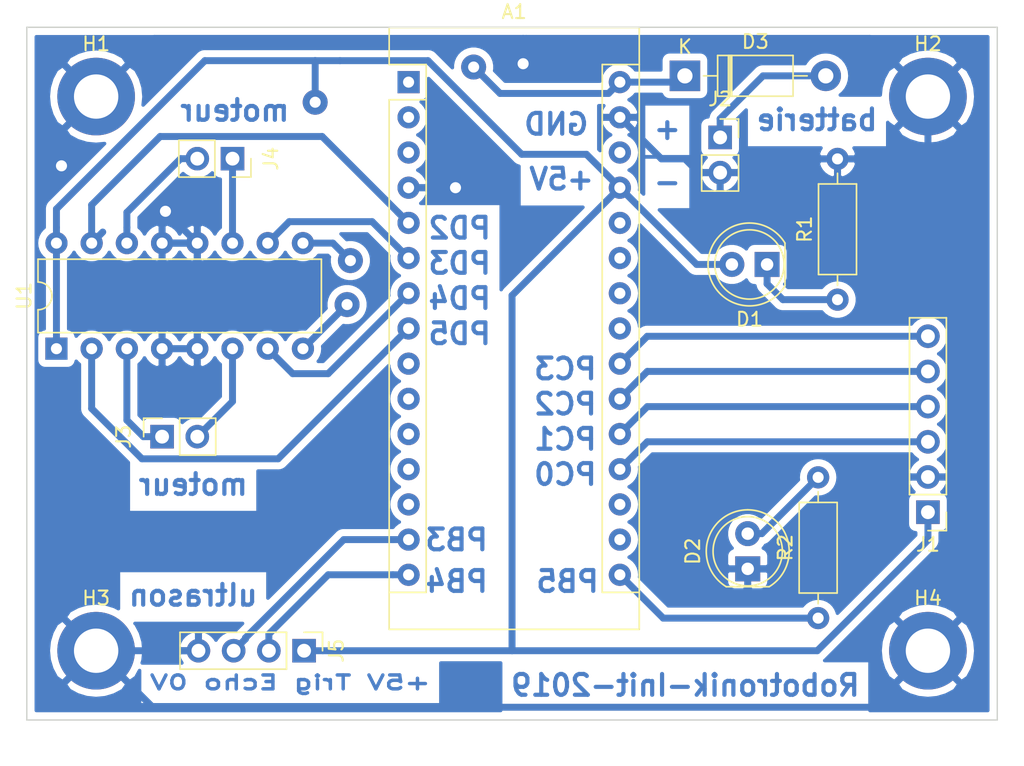
<source format=kicad_pcb>
(kicad_pcb (version 20171130) (host pcbnew 5.0.2+dfsg1-1)

  (general
    (thickness 1.6)
    (drawings 25)
    (tracks 141)
    (zones 0)
    (modules 16)
    (nets 37)
  )

  (page A4)
  (layers
    (0 F.Cu signal)
    (31 B.Cu signal)
    (32 B.Adhes user)
    (33 F.Adhes user)
    (34 B.Paste user)
    (35 F.Paste user)
    (36 B.SilkS user)
    (37 F.SilkS user)
    (38 B.Mask user)
    (39 F.Mask user)
    (40 Dwgs.User user)
    (41 Cmts.User user)
    (42 Eco1.User user)
    (43 Eco2.User user)
    (44 Edge.Cuts user)
    (45 Margin user)
    (46 B.CrtYd user)
    (47 F.CrtYd user)
    (48 B.Fab user)
    (49 F.Fab user)
  )

  (setup
    (last_trace_width 0.5)
    (trace_clearance 0.5)
    (zone_clearance 0.508)
    (zone_45_only no)
    (trace_min 0.5)
    (segment_width 0.2)
    (edge_width 0.05)
    (via_size 1.8)
    (via_drill 0.8)
    (via_min_size 0.4)
    (via_min_drill 0.3)
    (uvia_size 0.3)
    (uvia_drill 0.1)
    (uvias_allowed no)
    (uvia_min_size 0.2)
    (uvia_min_drill 0.1)
    (pcb_text_width 0.3)
    (pcb_text_size 1.5 1.5)
    (mod_edge_width 0.12)
    (mod_text_size 1 1)
    (mod_text_width 0.15)
    (pad_size 1.524 1.524)
    (pad_drill 0.762)
    (pad_to_mask_clearance 0.051)
    (solder_mask_min_width 0.25)
    (aux_axis_origin 0 0)
    (visible_elements FFFFFF7F)
    (pcbplotparams
      (layerselection 0x010fc_ffffffff)
      (usegerberextensions false)
      (usegerberattributes false)
      (usegerberadvancedattributes false)
      (creategerberjobfile false)
      (excludeedgelayer true)
      (linewidth 0.100000)
      (plotframeref false)
      (viasonmask false)
      (mode 1)
      (useauxorigin false)
      (hpglpennumber 1)
      (hpglpenspeed 20)
      (hpglpendiameter 15.000000)
      (psnegative false)
      (psa4output false)
      (plotreference true)
      (plotvalue true)
      (plotinvisibletext false)
      (padsonsilk false)
      (subtractmaskfromsilk false)
      (outputformat 1)
      (mirror false)
      (drillshape 1)
      (scaleselection 1)
      (outputdirectory ""))
  )

  (net 0 "")
  (net 1 "Net-(A1-Pad16)")
  (net 2 Trig)
  (net 3 +BATT)
  (net 4 Echo)
  (net 5 GND)
  (net 6 "Net-(A1-Pad13)")
  (net 7 "Net-(A1-Pad28)")
  (net 8 "Net-(A1-Pad12)")
  (net 9 +5V)
  (net 10 "Net-(A1-Pad11)")
  (net 11 "Net-(A1-Pad26)")
  (net 12 "Net-(A1-Pad10)")
  (net 13 "Net-(A1-Pad25)")
  (net 14 "Net-(A1-Pad9)")
  (net 15 "Net-(A1-Pad24)")
  (net 16 PWM1)
  (net 17 "Net-(A1-Pad23)")
  (net 18 O1)
  (net 19 C4)
  (net 20 PWM2)
  (net 21 C3)
  (net 22 O2)
  (net 23 C2)
  (net 24 C1)
  (net 25 "Net-(A1-Pad3)")
  (net 26 "Net-(A1-Pad18)")
  (net 27 "Net-(A1-Pad2)")
  (net 28 "Net-(A1-Pad17)")
  (net 29 "Net-(A1-Pad1)")
  (net 30 "Net-(D1-Pad1)")
  (net 31 "Net-(D2-Pad2)")
  (net 32 "Net-(J3-Pad2)")
  (net 33 "Net-(J3-Pad1)")
  (net 34 "Net-(J4-Pad2)")
  (net 35 "Net-(J4-Pad1)")
  (net 36 "Net-(D3-Pad2)")

  (net_class Default "Ceci est la Netclass par défaut."
    (clearance 0.5)
    (trace_width 0.5)
    (via_dia 1.8)
    (via_drill 0.8)
    (uvia_dia 0.3)
    (uvia_drill 0.1)
    (diff_pair_gap 0.25)
    (diff_pair_width 0.5)
    (add_net +5V)
    (add_net +BATT)
    (add_net C1)
    (add_net C2)
    (add_net C3)
    (add_net C4)
    (add_net Echo)
    (add_net GND)
    (add_net "Net-(A1-Pad1)")
    (add_net "Net-(A1-Pad10)")
    (add_net "Net-(A1-Pad11)")
    (add_net "Net-(A1-Pad12)")
    (add_net "Net-(A1-Pad13)")
    (add_net "Net-(A1-Pad16)")
    (add_net "Net-(A1-Pad17)")
    (add_net "Net-(A1-Pad18)")
    (add_net "Net-(A1-Pad2)")
    (add_net "Net-(A1-Pad23)")
    (add_net "Net-(A1-Pad24)")
    (add_net "Net-(A1-Pad25)")
    (add_net "Net-(A1-Pad26)")
    (add_net "Net-(A1-Pad28)")
    (add_net "Net-(A1-Pad3)")
    (add_net "Net-(A1-Pad9)")
    (add_net "Net-(D1-Pad1)")
    (add_net "Net-(D2-Pad2)")
    (add_net "Net-(D3-Pad2)")
    (add_net "Net-(J3-Pad1)")
    (add_net "Net-(J3-Pad2)")
    (add_net "Net-(J4-Pad1)")
    (add_net "Net-(J4-Pad2)")
    (add_net O1)
    (add_net O2)
    (add_net PWM1)
    (add_net PWM2)
    (add_net Trig)
  )

  (module Connector_PinHeader_2.54mm:PinHeader_1x06_P2.54mm_Vertical (layer F.Cu) (tedit 59FED5CC) (tstamp 5D78FBA9)
    (at 95 135 180)
    (descr "Through hole straight pin header, 1x06, 2.54mm pitch, single row")
    (tags "Through hole pin header THT 1x06 2.54mm single row")
    (path /5D7966FE)
    (fp_text reference J1 (at 0 -2.33) (layer F.SilkS)
      (effects (font (size 1 1) (thickness 0.15)))
    )
    (fp_text value Conn_01x06_Male (at 0 15.03) (layer F.Fab)
      (effects (font (size 1 1) (thickness 0.15)))
    )
    (fp_text user %R (at 0 6.35 90) (layer F.Fab)
      (effects (font (size 1 1) (thickness 0.15)))
    )
    (fp_line (start 1.8 -1.8) (end -1.8 -1.8) (layer F.CrtYd) (width 0.05))
    (fp_line (start 1.8 14.5) (end 1.8 -1.8) (layer F.CrtYd) (width 0.05))
    (fp_line (start -1.8 14.5) (end 1.8 14.5) (layer F.CrtYd) (width 0.05))
    (fp_line (start -1.8 -1.8) (end -1.8 14.5) (layer F.CrtYd) (width 0.05))
    (fp_line (start -1.33 -1.33) (end 0 -1.33) (layer F.SilkS) (width 0.12))
    (fp_line (start -1.33 0) (end -1.33 -1.33) (layer F.SilkS) (width 0.12))
    (fp_line (start -1.33 1.27) (end 1.33 1.27) (layer F.SilkS) (width 0.12))
    (fp_line (start 1.33 1.27) (end 1.33 14.03) (layer F.SilkS) (width 0.12))
    (fp_line (start -1.33 1.27) (end -1.33 14.03) (layer F.SilkS) (width 0.12))
    (fp_line (start -1.33 14.03) (end 1.33 14.03) (layer F.SilkS) (width 0.12))
    (fp_line (start -1.27 -0.635) (end -0.635 -1.27) (layer F.Fab) (width 0.1))
    (fp_line (start -1.27 13.97) (end -1.27 -0.635) (layer F.Fab) (width 0.1))
    (fp_line (start 1.27 13.97) (end -1.27 13.97) (layer F.Fab) (width 0.1))
    (fp_line (start 1.27 -1.27) (end 1.27 13.97) (layer F.Fab) (width 0.1))
    (fp_line (start -0.635 -1.27) (end 1.27 -1.27) (layer F.Fab) (width 0.1))
    (pad 6 thru_hole oval (at 0 12.7 180) (size 1.7 1.7) (drill 1) (layers *.Cu *.Mask)
      (net 19 C4))
    (pad 5 thru_hole oval (at 0 10.16 180) (size 1.7 1.7) (drill 1) (layers *.Cu *.Mask)
      (net 21 C3))
    (pad 4 thru_hole oval (at 0 7.62 180) (size 1.7 1.7) (drill 1) (layers *.Cu *.Mask)
      (net 23 C2))
    (pad 3 thru_hole oval (at 0 5.08 180) (size 1.7 1.7) (drill 1) (layers *.Cu *.Mask)
      (net 24 C1))
    (pad 2 thru_hole oval (at 0 2.54 180) (size 1.7 1.7) (drill 1) (layers *.Cu *.Mask)
      (net 5 GND))
    (pad 1 thru_hole rect (at 0 0 180) (size 1.7 1.7) (drill 1) (layers *.Cu *.Mask)
      (net 9 +5V))
    (model ${KISYS3DMOD}/Connector_PinHeader_2.54mm.3dshapes/PinHeader_1x06_P2.54mm_Vertical.wrl
      (at (xyz 0 0 0))
      (scale (xyz 1 1 1))
      (rotate (xyz 0 0 0))
    )
  )

  (module MountingHole:MountingHole_3.2mm_M3_DIN965_Pad (layer F.Cu) (tedit 56D1B4CB) (tstamp 5D797275)
    (at 95 145)
    (descr "Mounting Hole 3.2mm, M3, DIN965")
    (tags "mounting hole 3.2mm m3 din965")
    (path /5D794D13)
    (attr virtual)
    (fp_text reference H4 (at 0 -3.8) (layer F.SilkS)
      (effects (font (size 1 1) (thickness 0.15)))
    )
    (fp_text value MountingHole_Pad (at 0 7.5) (layer F.Fab)
      (effects (font (size 1 1) (thickness 0.15)))
    )
    (fp_circle (center 0 0) (end 3.05 0) (layer F.CrtYd) (width 0.05))
    (fp_circle (center 0 0) (end 2.8 0) (layer Cmts.User) (width 0.15))
    (fp_text user %R (at 0.3 0) (layer F.Fab)
      (effects (font (size 1 1) (thickness 0.15)))
    )
    (pad 1 thru_hole circle (at 0 0) (size 5.6 5.6) (drill 3.2) (layers *.Cu *.Mask)
      (net 5 GND))
  )

  (module MountingHole:MountingHole_3.2mm_M3_DIN965_Pad (layer F.Cu) (tedit 56D1B4CB) (tstamp 5D79726D)
    (at 35 145)
    (descr "Mounting Hole 3.2mm, M3, DIN965")
    (tags "mounting hole 3.2mm m3 din965")
    (path /5D79571E)
    (attr virtual)
    (fp_text reference H3 (at 0 -3.8) (layer F.SilkS)
      (effects (font (size 1 1) (thickness 0.15)))
    )
    (fp_text value MountingHole_Pad (at 0 3.8) (layer F.Fab)
      (effects (font (size 1 1) (thickness 0.15)))
    )
    (fp_circle (center 0 0) (end 3.05 0) (layer F.CrtYd) (width 0.05))
    (fp_circle (center 0 0) (end 2.8 0) (layer Cmts.User) (width 0.15))
    (fp_text user %R (at 0.3 0) (layer F.Fab)
      (effects (font (size 1 1) (thickness 0.15)))
    )
    (pad 1 thru_hole circle (at 0 0) (size 5.6 5.6) (drill 3.2) (layers *.Cu *.Mask)
      (net 5 GND))
  )

  (module MountingHole:MountingHole_3.2mm_M3_DIN965_Pad (layer F.Cu) (tedit 56D1B4CB) (tstamp 5D797265)
    (at 95 105)
    (descr "Mounting Hole 3.2mm, M3, DIN965")
    (tags "mounting hole 3.2mm m3 din965")
    (path /5D7958BF)
    (attr virtual)
    (fp_text reference H2 (at 0 -3.8) (layer F.SilkS)
      (effects (font (size 1 1) (thickness 0.15)))
    )
    (fp_text value MountingHole_Pad (at 0 3.8) (layer F.Fab)
      (effects (font (size 1 1) (thickness 0.15)))
    )
    (fp_circle (center 0 0) (end 3.05 0) (layer F.CrtYd) (width 0.05))
    (fp_circle (center 0 0) (end 2.8 0) (layer Cmts.User) (width 0.15))
    (fp_text user %R (at 0.02 0) (layer F.Fab)
      (effects (font (size 1 1) (thickness 0.15)))
    )
    (pad 1 thru_hole circle (at 0 0) (size 5.6 5.6) (drill 3.2) (layers *.Cu *.Mask)
      (net 5 GND))
  )

  (module MountingHole:MountingHole_3.2mm_M3_DIN965_Pad (layer F.Cu) (tedit 56D1B4CB) (tstamp 5D79725D)
    (at 35 105)
    (descr "Mounting Hole 3.2mm, M3, DIN965")
    (tags "mounting hole 3.2mm m3 din965")
    (path /5D795A53)
    (attr virtual)
    (fp_text reference H1 (at 0 -3.8) (layer F.SilkS)
      (effects (font (size 1 1) (thickness 0.15)))
    )
    (fp_text value MountingHole_Pad (at 0 3.8) (layer F.Fab)
      (effects (font (size 1 1) (thickness 0.15)))
    )
    (fp_circle (center 0 0) (end 3.05 0) (layer F.CrtYd) (width 0.05))
    (fp_circle (center 0 0) (end 2.8 0) (layer Cmts.User) (width 0.15))
    (fp_text user %R (at 0.3 0) (layer F.Fab)
      (effects (font (size 1 1) (thickness 0.15)))
    )
    (pad 1 thru_hole circle (at 0 0) (size 5.6 5.6) (drill 3.2) (layers *.Cu *.Mask)
      (net 5 GND))
  )

  (module Package_DIP:DIP-16_W7.62mm (layer F.Cu) (tedit 5A02E8C5) (tstamp 5D78FC55)
    (at 32.137 123.199 90)
    (descr "16-lead though-hole mounted DIP package, row spacing 7.62 mm (300 mils)")
    (tags "THT DIP DIL PDIP 2.54mm 7.62mm 300mil")
    (path /5D7BC17A)
    (fp_text reference U1 (at 3.81 -2.33 90) (layer F.SilkS)
      (effects (font (size 1 1) (thickness 0.15)))
    )
    (fp_text value L293D (at 3.81 20.11 90) (layer F.Fab)
      (effects (font (size 1 1) (thickness 0.15)))
    )
    (fp_text user %R (at 3.81 8.89 90) (layer F.Fab)
      (effects (font (size 1 1) (thickness 0.15)))
    )
    (fp_line (start 8.7 -1.55) (end -1.1 -1.55) (layer F.CrtYd) (width 0.05))
    (fp_line (start 8.7 19.3) (end 8.7 -1.55) (layer F.CrtYd) (width 0.05))
    (fp_line (start -1.1 19.3) (end 8.7 19.3) (layer F.CrtYd) (width 0.05))
    (fp_line (start -1.1 -1.55) (end -1.1 19.3) (layer F.CrtYd) (width 0.05))
    (fp_line (start 6.46 -1.33) (end 4.81 -1.33) (layer F.SilkS) (width 0.12))
    (fp_line (start 6.46 19.11) (end 6.46 -1.33) (layer F.SilkS) (width 0.12))
    (fp_line (start 1.16 19.11) (end 6.46 19.11) (layer F.SilkS) (width 0.12))
    (fp_line (start 1.16 -1.33) (end 1.16 19.11) (layer F.SilkS) (width 0.12))
    (fp_line (start 2.81 -1.33) (end 1.16 -1.33) (layer F.SilkS) (width 0.12))
    (fp_line (start 0.635 -0.27) (end 1.635 -1.27) (layer F.Fab) (width 0.1))
    (fp_line (start 0.635 19.05) (end 0.635 -0.27) (layer F.Fab) (width 0.1))
    (fp_line (start 6.985 19.05) (end 0.635 19.05) (layer F.Fab) (width 0.1))
    (fp_line (start 6.985 -1.27) (end 6.985 19.05) (layer F.Fab) (width 0.1))
    (fp_line (start 1.635 -1.27) (end 6.985 -1.27) (layer F.Fab) (width 0.1))
    (fp_arc (start 3.81 -1.33) (end 2.81 -1.33) (angle -180) (layer F.SilkS) (width 0.12))
    (pad 16 thru_hole oval (at 7.62 0 90) (size 1.6 1.6) (drill 0.8) (layers *.Cu *.Mask)
      (net 9 +5V))
    (pad 8 thru_hole oval (at 0 17.78 90) (size 1.6 1.6) (drill 0.8) (layers *.Cu *.Mask)
      (net 3 +BATT))
    (pad 15 thru_hole oval (at 7.62 2.54 90) (size 1.6 1.6) (drill 0.8) (layers *.Cu *.Mask)
      (net 22 O2))
    (pad 7 thru_hole oval (at 0 15.24 90) (size 1.6 1.6) (drill 0.8) (layers *.Cu *.Mask)
      (net 18 O1))
    (pad 14 thru_hole oval (at 7.62 5.08 90) (size 1.6 1.6) (drill 0.8) (layers *.Cu *.Mask)
      (net 34 "Net-(J4-Pad2)"))
    (pad 6 thru_hole oval (at 0 12.7 90) (size 1.6 1.6) (drill 0.8) (layers *.Cu *.Mask)
      (net 32 "Net-(J3-Pad2)"))
    (pad 13 thru_hole oval (at 7.62 7.62 90) (size 1.6 1.6) (drill 0.8) (layers *.Cu *.Mask)
      (net 5 GND))
    (pad 5 thru_hole oval (at 0 10.16 90) (size 1.6 1.6) (drill 0.8) (layers *.Cu *.Mask)
      (net 5 GND))
    (pad 12 thru_hole oval (at 7.62 10.16 90) (size 1.6 1.6) (drill 0.8) (layers *.Cu *.Mask)
      (net 5 GND))
    (pad 4 thru_hole oval (at 0 7.62 90) (size 1.6 1.6) (drill 0.8) (layers *.Cu *.Mask)
      (net 5 GND))
    (pad 11 thru_hole oval (at 7.62 12.7 90) (size 1.6 1.6) (drill 0.8) (layers *.Cu *.Mask)
      (net 35 "Net-(J4-Pad1)"))
    (pad 3 thru_hole oval (at 0 5.08 90) (size 1.6 1.6) (drill 0.8) (layers *.Cu *.Mask)
      (net 33 "Net-(J3-Pad1)"))
    (pad 10 thru_hole oval (at 7.62 15.24 90) (size 1.6 1.6) (drill 0.8) (layers *.Cu *.Mask)
      (net 20 PWM2))
    (pad 2 thru_hole oval (at 0 2.54 90) (size 1.6 1.6) (drill 0.8) (layers *.Cu *.Mask)
      (net 16 PWM1))
    (pad 9 thru_hole oval (at 7.62 17.78 90) (size 1.6 1.6) (drill 0.8) (layers *.Cu *.Mask)
      (net 9 +5V))
    (pad 1 thru_hole rect (at 0 0 90) (size 1.6 1.6) (drill 0.8) (layers *.Cu *.Mask)
      (net 9 +5V))
    (model ${KISYS3DMOD}/Package_DIP.3dshapes/DIP-16_W7.62mm.wrl
      (at (xyz 0 0 0))
      (scale (xyz 1 1 1))
      (rotate (xyz 0 0 0))
    )
  )

  (module Resistor_THT:R_Axial_DIN0207_L6.3mm_D2.5mm_P10.16mm_Horizontal (layer F.Cu) (tedit 5AE5139B) (tstamp 5D78FC31)
    (at 87.08 142.646 90)
    (descr "Resistor, Axial_DIN0207 series, Axial, Horizontal, pin pitch=10.16mm, 0.25W = 1/4W, length*diameter=6.3*2.5mm^2, http://cdn-reichelt.de/documents/datenblatt/B400/1_4W%23YAG.pdf")
    (tags "Resistor Axial_DIN0207 series Axial Horizontal pin pitch 10.16mm 0.25W = 1/4W length 6.3mm diameter 2.5mm")
    (path /5D7D4484)
    (fp_text reference R2 (at 5.08 -2.37 90) (layer F.SilkS)
      (effects (font (size 1 1) (thickness 0.15)))
    )
    (fp_text value 470 (at 5.08 2.37 90) (layer F.Fab)
      (effects (font (size 1 1) (thickness 0.15)))
    )
    (fp_text user %R (at 5.08 0 90) (layer F.Fab)
      (effects (font (size 1 1) (thickness 0.15)))
    )
    (fp_line (start 11.21 -1.5) (end -1.05 -1.5) (layer F.CrtYd) (width 0.05))
    (fp_line (start 11.21 1.5) (end 11.21 -1.5) (layer F.CrtYd) (width 0.05))
    (fp_line (start -1.05 1.5) (end 11.21 1.5) (layer F.CrtYd) (width 0.05))
    (fp_line (start -1.05 -1.5) (end -1.05 1.5) (layer F.CrtYd) (width 0.05))
    (fp_line (start 9.12 0) (end 8.35 0) (layer F.SilkS) (width 0.12))
    (fp_line (start 1.04 0) (end 1.81 0) (layer F.SilkS) (width 0.12))
    (fp_line (start 8.35 -1.37) (end 1.81 -1.37) (layer F.SilkS) (width 0.12))
    (fp_line (start 8.35 1.37) (end 8.35 -1.37) (layer F.SilkS) (width 0.12))
    (fp_line (start 1.81 1.37) (end 8.35 1.37) (layer F.SilkS) (width 0.12))
    (fp_line (start 1.81 -1.37) (end 1.81 1.37) (layer F.SilkS) (width 0.12))
    (fp_line (start 10.16 0) (end 8.23 0) (layer F.Fab) (width 0.1))
    (fp_line (start 0 0) (end 1.93 0) (layer F.Fab) (width 0.1))
    (fp_line (start 8.23 -1.25) (end 1.93 -1.25) (layer F.Fab) (width 0.1))
    (fp_line (start 8.23 1.25) (end 8.23 -1.25) (layer F.Fab) (width 0.1))
    (fp_line (start 1.93 1.25) (end 8.23 1.25) (layer F.Fab) (width 0.1))
    (fp_line (start 1.93 -1.25) (end 1.93 1.25) (layer F.Fab) (width 0.1))
    (pad 2 thru_hole oval (at 10.16 0 90) (size 1.6 1.6) (drill 0.8) (layers *.Cu *.Mask)
      (net 31 "Net-(D2-Pad2)"))
    (pad 1 thru_hole circle (at 0 0 90) (size 1.6 1.6) (drill 0.8) (layers *.Cu *.Mask)
      (net 1 "Net-(A1-Pad16)"))
    (model ${KISYS3DMOD}/Resistor_THT.3dshapes/R_Axial_DIN0207_L6.3mm_D2.5mm_P10.16mm_Horizontal.wrl
      (at (xyz 0 0 0))
      (scale (xyz 1 1 1))
      (rotate (xyz 0 0 0))
    )
  )

  (module Resistor_THT:R_Axial_DIN0207_L6.3mm_D2.5mm_P10.16mm_Horizontal (layer F.Cu) (tedit 5AE5139B) (tstamp 5D78FC1A)
    (at 88.477 119.659 90)
    (descr "Resistor, Axial_DIN0207 series, Axial, Horizontal, pin pitch=10.16mm, 0.25W = 1/4W, length*diameter=6.3*2.5mm^2, http://cdn-reichelt.de/documents/datenblatt/B400/1_4W%23YAG.pdf")
    (tags "Resistor Axial_DIN0207 series Axial Horizontal pin pitch 10.16mm 0.25W = 1/4W length 6.3mm diameter 2.5mm")
    (path /5D7B1AD3)
    (fp_text reference R1 (at 5.08 -2.37 90) (layer F.SilkS)
      (effects (font (size 1 1) (thickness 0.15)))
    )
    (fp_text value 470 (at 5.08 2.37 90) (layer F.Fab)
      (effects (font (size 1 1) (thickness 0.15)))
    )
    (fp_text user %R (at 5.08 0 90) (layer F.Fab)
      (effects (font (size 1 1) (thickness 0.15)))
    )
    (fp_line (start 11.21 -1.5) (end -1.05 -1.5) (layer F.CrtYd) (width 0.05))
    (fp_line (start 11.21 1.5) (end 11.21 -1.5) (layer F.CrtYd) (width 0.05))
    (fp_line (start -1.05 1.5) (end 11.21 1.5) (layer F.CrtYd) (width 0.05))
    (fp_line (start -1.05 -1.5) (end -1.05 1.5) (layer F.CrtYd) (width 0.05))
    (fp_line (start 9.12 0) (end 8.35 0) (layer F.SilkS) (width 0.12))
    (fp_line (start 1.04 0) (end 1.81 0) (layer F.SilkS) (width 0.12))
    (fp_line (start 8.35 -1.37) (end 1.81 -1.37) (layer F.SilkS) (width 0.12))
    (fp_line (start 8.35 1.37) (end 8.35 -1.37) (layer F.SilkS) (width 0.12))
    (fp_line (start 1.81 1.37) (end 8.35 1.37) (layer F.SilkS) (width 0.12))
    (fp_line (start 1.81 -1.37) (end 1.81 1.37) (layer F.SilkS) (width 0.12))
    (fp_line (start 10.16 0) (end 8.23 0) (layer F.Fab) (width 0.1))
    (fp_line (start 0 0) (end 1.93 0) (layer F.Fab) (width 0.1))
    (fp_line (start 8.23 -1.25) (end 1.93 -1.25) (layer F.Fab) (width 0.1))
    (fp_line (start 8.23 1.25) (end 8.23 -1.25) (layer F.Fab) (width 0.1))
    (fp_line (start 1.93 1.25) (end 8.23 1.25) (layer F.Fab) (width 0.1))
    (fp_line (start 1.93 -1.25) (end 1.93 1.25) (layer F.Fab) (width 0.1))
    (pad 2 thru_hole oval (at 10.16 0 90) (size 1.6 1.6) (drill 0.8) (layers *.Cu *.Mask)
      (net 5 GND))
    (pad 1 thru_hole circle (at 0 0 90) (size 1.6 1.6) (drill 0.8) (layers *.Cu *.Mask)
      (net 30 "Net-(D1-Pad1)"))
    (model ${KISYS3DMOD}/Resistor_THT.3dshapes/R_Axial_DIN0207_L6.3mm_D2.5mm_P10.16mm_Horizontal.wrl
      (at (xyz 0 0 0))
      (scale (xyz 1 1 1))
      (rotate (xyz 0 0 0))
    )
  )

  (module Connector_PinHeader_2.54mm:PinHeader_1x04_P2.54mm_Vertical (layer F.Cu) (tedit 59FED5CC) (tstamp 5D78FC03)
    (at 50 145 270)
    (descr "Through hole straight pin header, 1x04, 2.54mm pitch, single row")
    (tags "Through hole pin header THT 1x04 2.54mm single row")
    (path /5D82D7D6)
    (fp_text reference J5 (at 0 -2.33 90) (layer F.SilkS)
      (effects (font (size 1 1) (thickness 0.15)))
    )
    (fp_text value Conn_01x04_Female (at 0 9.95 90) (layer F.Fab)
      (effects (font (size 1 1) (thickness 0.15)))
    )
    (fp_text user %R (at 0 3.81) (layer F.Fab)
      (effects (font (size 1 1) (thickness 0.15)))
    )
    (fp_line (start 1.8 -1.8) (end -1.8 -1.8) (layer F.CrtYd) (width 0.05))
    (fp_line (start 1.8 9.4) (end 1.8 -1.8) (layer F.CrtYd) (width 0.05))
    (fp_line (start -1.8 9.4) (end 1.8 9.4) (layer F.CrtYd) (width 0.05))
    (fp_line (start -1.8 -1.8) (end -1.8 9.4) (layer F.CrtYd) (width 0.05))
    (fp_line (start -1.33 -1.33) (end 0 -1.33) (layer F.SilkS) (width 0.12))
    (fp_line (start -1.33 0) (end -1.33 -1.33) (layer F.SilkS) (width 0.12))
    (fp_line (start -1.33 1.27) (end 1.33 1.27) (layer F.SilkS) (width 0.12))
    (fp_line (start 1.33 1.27) (end 1.33 8.95) (layer F.SilkS) (width 0.12))
    (fp_line (start -1.33 1.27) (end -1.33 8.95) (layer F.SilkS) (width 0.12))
    (fp_line (start -1.33 8.95) (end 1.33 8.95) (layer F.SilkS) (width 0.12))
    (fp_line (start -1.27 -0.635) (end -0.635 -1.27) (layer F.Fab) (width 0.1))
    (fp_line (start -1.27 8.89) (end -1.27 -0.635) (layer F.Fab) (width 0.1))
    (fp_line (start 1.27 8.89) (end -1.27 8.89) (layer F.Fab) (width 0.1))
    (fp_line (start 1.27 -1.27) (end 1.27 8.89) (layer F.Fab) (width 0.1))
    (fp_line (start -0.635 -1.27) (end 1.27 -1.27) (layer F.Fab) (width 0.1))
    (pad 4 thru_hole oval (at 0 7.62 270) (size 1.7 1.7) (drill 1) (layers *.Cu *.Mask)
      (net 5 GND))
    (pad 3 thru_hole oval (at 0 5.08 270) (size 1.7 1.7) (drill 1) (layers *.Cu *.Mask)
      (net 4 Echo))
    (pad 2 thru_hole oval (at 0 2.54 270) (size 1.7 1.7) (drill 1) (layers *.Cu *.Mask)
      (net 2 Trig))
    (pad 1 thru_hole rect (at 0 0 270) (size 1.7 1.7) (drill 1) (layers *.Cu *.Mask)
      (net 9 +5V))
    (model ${KISYS3DMOD}/Connector_PinHeader_2.54mm.3dshapes/PinHeader_1x04_P2.54mm_Vertical.wrl
      (at (xyz 0 0 0))
      (scale (xyz 1 1 1))
      (rotate (xyz 0 0 0))
    )
  )

  (module Connector_PinSocket_2.54mm:PinSocket_1x02_P2.54mm_Vertical (layer F.Cu) (tedit 5A19A420) (tstamp 5D78FBEB)
    (at 44.837 109.483 270)
    (descr "Through hole straight socket strip, 1x02, 2.54mm pitch, single row (from Kicad 4.0.7), script generated")
    (tags "Through hole socket strip THT 1x02 2.54mm single row")
    (path /5D808843)
    (fp_text reference J4 (at 0 -2.77 90) (layer F.SilkS)
      (effects (font (size 1 1) (thickness 0.15)))
    )
    (fp_text value Conn_01x02_Female (at 0 5.31 90) (layer F.Fab)
      (effects (font (size 1 1) (thickness 0.15)))
    )
    (fp_text user %R (at 0 1.27) (layer F.Fab)
      (effects (font (size 1 1) (thickness 0.15)))
    )
    (fp_line (start -1.8 4.3) (end -1.8 -1.8) (layer F.CrtYd) (width 0.05))
    (fp_line (start 1.75 4.3) (end -1.8 4.3) (layer F.CrtYd) (width 0.05))
    (fp_line (start 1.75 -1.8) (end 1.75 4.3) (layer F.CrtYd) (width 0.05))
    (fp_line (start -1.8 -1.8) (end 1.75 -1.8) (layer F.CrtYd) (width 0.05))
    (fp_line (start 0 -1.33) (end 1.33 -1.33) (layer F.SilkS) (width 0.12))
    (fp_line (start 1.33 -1.33) (end 1.33 0) (layer F.SilkS) (width 0.12))
    (fp_line (start 1.33 1.27) (end 1.33 3.87) (layer F.SilkS) (width 0.12))
    (fp_line (start -1.33 3.87) (end 1.33 3.87) (layer F.SilkS) (width 0.12))
    (fp_line (start -1.33 1.27) (end -1.33 3.87) (layer F.SilkS) (width 0.12))
    (fp_line (start -1.33 1.27) (end 1.33 1.27) (layer F.SilkS) (width 0.12))
    (fp_line (start -1.27 3.81) (end -1.27 -1.27) (layer F.Fab) (width 0.1))
    (fp_line (start 1.27 3.81) (end -1.27 3.81) (layer F.Fab) (width 0.1))
    (fp_line (start 1.27 -0.635) (end 1.27 3.81) (layer F.Fab) (width 0.1))
    (fp_line (start 0.635 -1.27) (end 1.27 -0.635) (layer F.Fab) (width 0.1))
    (fp_line (start -1.27 -1.27) (end 0.635 -1.27) (layer F.Fab) (width 0.1))
    (pad 2 thru_hole oval (at 0 2.54 270) (size 1.7 1.7) (drill 1) (layers *.Cu *.Mask)
      (net 34 "Net-(J4-Pad2)"))
    (pad 1 thru_hole rect (at 0 0 270) (size 1.7 1.7) (drill 1) (layers *.Cu *.Mask)
      (net 35 "Net-(J4-Pad1)"))
    (model ${KISYS3DMOD}/Connector_PinSocket_2.54mm.3dshapes/PinSocket_1x02_P2.54mm_Vertical.wrl
      (at (xyz 0 0 0))
      (scale (xyz 1 1 1))
      (rotate (xyz 0 0 0))
    )
  )

  (module Connector_PinSocket_2.54mm:PinSocket_1x02_P2.54mm_Vertical (layer F.Cu) (tedit 5A19A420) (tstamp 5D78FBD5)
    (at 39.757 129.549 90)
    (descr "Through hole straight socket strip, 1x02, 2.54mm pitch, single row (from Kicad 4.0.7), script generated")
    (tags "Through hole socket strip THT 1x02 2.54mm single row")
    (path /5D807EBB)
    (fp_text reference J3 (at 0 -2.77 90) (layer F.SilkS)
      (effects (font (size 1 1) (thickness 0.15)))
    )
    (fp_text value Conn_01x02_Female (at 0 5.31 90) (layer F.Fab)
      (effects (font (size 1 1) (thickness 0.15)))
    )
    (fp_text user %R (at 0 1.27) (layer F.Fab)
      (effects (font (size 1 1) (thickness 0.15)))
    )
    (fp_line (start -1.8 4.3) (end -1.8 -1.8) (layer F.CrtYd) (width 0.05))
    (fp_line (start 1.75 4.3) (end -1.8 4.3) (layer F.CrtYd) (width 0.05))
    (fp_line (start 1.75 -1.8) (end 1.75 4.3) (layer F.CrtYd) (width 0.05))
    (fp_line (start -1.8 -1.8) (end 1.75 -1.8) (layer F.CrtYd) (width 0.05))
    (fp_line (start 0 -1.33) (end 1.33 -1.33) (layer F.SilkS) (width 0.12))
    (fp_line (start 1.33 -1.33) (end 1.33 0) (layer F.SilkS) (width 0.12))
    (fp_line (start 1.33 1.27) (end 1.33 3.87) (layer F.SilkS) (width 0.12))
    (fp_line (start -1.33 3.87) (end 1.33 3.87) (layer F.SilkS) (width 0.12))
    (fp_line (start -1.33 1.27) (end -1.33 3.87) (layer F.SilkS) (width 0.12))
    (fp_line (start -1.33 1.27) (end 1.33 1.27) (layer F.SilkS) (width 0.12))
    (fp_line (start -1.27 3.81) (end -1.27 -1.27) (layer F.Fab) (width 0.1))
    (fp_line (start 1.27 3.81) (end -1.27 3.81) (layer F.Fab) (width 0.1))
    (fp_line (start 1.27 -0.635) (end 1.27 3.81) (layer F.Fab) (width 0.1))
    (fp_line (start 0.635 -1.27) (end 1.27 -0.635) (layer F.Fab) (width 0.1))
    (fp_line (start -1.27 -1.27) (end 0.635 -1.27) (layer F.Fab) (width 0.1))
    (pad 2 thru_hole oval (at 0 2.54 90) (size 1.7 1.7) (drill 1) (layers *.Cu *.Mask)
      (net 32 "Net-(J3-Pad2)"))
    (pad 1 thru_hole rect (at 0 0 90) (size 1.7 1.7) (drill 1) (layers *.Cu *.Mask)
      (net 33 "Net-(J3-Pad1)"))
    (model ${KISYS3DMOD}/Connector_PinSocket_2.54mm.3dshapes/PinSocket_1x02_P2.54mm_Vertical.wrl
      (at (xyz 0 0 0))
      (scale (xyz 1 1 1))
      (rotate (xyz 0 0 0))
    )
  )

  (module Connector_PinSocket_2.54mm:PinSocket_1x02_P2.54mm_Vertical (layer F.Cu) (tedit 5A19A420) (tstamp 5D78FBBF)
    (at 80.01 107.95)
    (descr "Through hole straight socket strip, 1x02, 2.54mm pitch, single row (from Kicad 4.0.7), script generated")
    (tags "Through hole socket strip THT 1x02 2.54mm single row")
    (path /5D7A0B6C)
    (fp_text reference J2 (at 0 -2.77) (layer F.SilkS)
      (effects (font (size 1 1) (thickness 0.15)))
    )
    (fp_text value Conn_01x02_Male (at 0 5.31) (layer F.Fab)
      (effects (font (size 1 1) (thickness 0.15)))
    )
    (fp_text user %R (at 0 1.27 90) (layer F.Fab)
      (effects (font (size 1 1) (thickness 0.15)))
    )
    (fp_line (start -1.8 4.3) (end -1.8 -1.8) (layer F.CrtYd) (width 0.05))
    (fp_line (start 1.75 4.3) (end -1.8 4.3) (layer F.CrtYd) (width 0.05))
    (fp_line (start 1.75 -1.8) (end 1.75 4.3) (layer F.CrtYd) (width 0.05))
    (fp_line (start -1.8 -1.8) (end 1.75 -1.8) (layer F.CrtYd) (width 0.05))
    (fp_line (start 0 -1.33) (end 1.33 -1.33) (layer F.SilkS) (width 0.12))
    (fp_line (start 1.33 -1.33) (end 1.33 0) (layer F.SilkS) (width 0.12))
    (fp_line (start 1.33 1.27) (end 1.33 3.87) (layer F.SilkS) (width 0.12))
    (fp_line (start -1.33 3.87) (end 1.33 3.87) (layer F.SilkS) (width 0.12))
    (fp_line (start -1.33 1.27) (end -1.33 3.87) (layer F.SilkS) (width 0.12))
    (fp_line (start -1.33 1.27) (end 1.33 1.27) (layer F.SilkS) (width 0.12))
    (fp_line (start -1.27 3.81) (end -1.27 -1.27) (layer F.Fab) (width 0.1))
    (fp_line (start 1.27 3.81) (end -1.27 3.81) (layer F.Fab) (width 0.1))
    (fp_line (start 1.27 -0.635) (end 1.27 3.81) (layer F.Fab) (width 0.1))
    (fp_line (start 0.635 -1.27) (end 1.27 -0.635) (layer F.Fab) (width 0.1))
    (fp_line (start -1.27 -1.27) (end 0.635 -1.27) (layer F.Fab) (width 0.1))
    (pad 2 thru_hole oval (at 0 2.54) (size 1.7 1.7) (drill 1) (layers *.Cu *.Mask)
      (net 5 GND))
    (pad 1 thru_hole rect (at 0 0) (size 1.7 1.7) (drill 1) (layers *.Cu *.Mask)
      (net 36 "Net-(D3-Pad2)"))
    (model ${KISYS3DMOD}/Connector_PinSocket_2.54mm.3dshapes/PinSocket_1x02_P2.54mm_Vertical.wrl
      (at (xyz 0 0 0))
      (scale (xyz 1 1 1))
      (rotate (xyz 0 0 0))
    )
  )

  (module LED_THT:LED_D5.0mm (layer F.Cu) (tedit 5995936A) (tstamp 5D78FB8F)
    (at 82 139.09 90)
    (descr "LED, diameter 5.0mm, 2 pins, http://cdn-reichelt.de/documents/datenblatt/A500/LL-504BC2E-009.pdf")
    (tags "LED diameter 5.0mm 2 pins")
    (path /5D7D3A12)
    (fp_text reference D2 (at 1.27 -3.96 90) (layer F.SilkS)
      (effects (font (size 1 1) (thickness 0.15)))
    )
    (fp_text value LED_rouge (at 1.27 3.96 90) (layer F.Fab)
      (effects (font (size 1 1) (thickness 0.15)))
    )
    (fp_text user %R (at 1.25 0 90) (layer F.Fab)
      (effects (font (size 0.8 0.8) (thickness 0.2)))
    )
    (fp_line (start 4.5 -3.25) (end -1.95 -3.25) (layer F.CrtYd) (width 0.05))
    (fp_line (start 4.5 3.25) (end 4.5 -3.25) (layer F.CrtYd) (width 0.05))
    (fp_line (start -1.95 3.25) (end 4.5 3.25) (layer F.CrtYd) (width 0.05))
    (fp_line (start -1.95 -3.25) (end -1.95 3.25) (layer F.CrtYd) (width 0.05))
    (fp_line (start -1.29 -1.545) (end -1.29 1.545) (layer F.SilkS) (width 0.12))
    (fp_line (start -1.23 -1.469694) (end -1.23 1.469694) (layer F.Fab) (width 0.1))
    (fp_circle (center 1.27 0) (end 3.77 0) (layer F.SilkS) (width 0.12))
    (fp_circle (center 1.27 0) (end 3.77 0) (layer F.Fab) (width 0.1))
    (fp_arc (start 1.27 0) (end -1.29 1.54483) (angle -148.9) (layer F.SilkS) (width 0.12))
    (fp_arc (start 1.27 0) (end -1.29 -1.54483) (angle 148.9) (layer F.SilkS) (width 0.12))
    (fp_arc (start 1.27 0) (end -1.23 -1.469694) (angle 299.1) (layer F.Fab) (width 0.1))
    (pad 2 thru_hole circle (at 2.54 0 90) (size 1.8 1.8) (drill 0.9) (layers *.Cu *.Mask)
      (net 31 "Net-(D2-Pad2)"))
    (pad 1 thru_hole rect (at 0 0 90) (size 1.8 1.8) (drill 0.9) (layers *.Cu *.Mask)
      (net 5 GND))
    (model ${KISYS3DMOD}/LED_THT.3dshapes/LED_D5.0mm.wrl
      (at (xyz 0 0 0))
      (scale (xyz 1 1 1))
      (rotate (xyz 0 0 0))
    )
  )

  (module LED_THT:LED_D5.0mm (layer F.Cu) (tedit 5995936A) (tstamp 5D78FB7D)
    (at 83.397 117.119 180)
    (descr "LED, diameter 5.0mm, 2 pins, http://cdn-reichelt.de/documents/datenblatt/A500/LL-504BC2E-009.pdf")
    (tags "LED diameter 5.0mm 2 pins")
    (path /5D7B04C4)
    (fp_text reference D1 (at 1.27 -3.96) (layer F.SilkS)
      (effects (font (size 1 1) (thickness 0.15)))
    )
    (fp_text value LED_verte (at 1.27 3.96) (layer F.Fab)
      (effects (font (size 1 1) (thickness 0.15)))
    )
    (fp_text user %R (at 1.25 0) (layer F.Fab)
      (effects (font (size 0.8 0.8) (thickness 0.2)))
    )
    (fp_line (start 4.5 -3.25) (end -1.95 -3.25) (layer F.CrtYd) (width 0.05))
    (fp_line (start 4.5 3.25) (end 4.5 -3.25) (layer F.CrtYd) (width 0.05))
    (fp_line (start -1.95 3.25) (end 4.5 3.25) (layer F.CrtYd) (width 0.05))
    (fp_line (start -1.95 -3.25) (end -1.95 3.25) (layer F.CrtYd) (width 0.05))
    (fp_line (start -1.29 -1.545) (end -1.29 1.545) (layer F.SilkS) (width 0.12))
    (fp_line (start -1.23 -1.469694) (end -1.23 1.469694) (layer F.Fab) (width 0.1))
    (fp_circle (center 1.27 0) (end 3.77 0) (layer F.SilkS) (width 0.12))
    (fp_circle (center 1.27 0) (end 3.77 0) (layer F.Fab) (width 0.1))
    (fp_arc (start 1.27 0) (end -1.29 1.54483) (angle -148.9) (layer F.SilkS) (width 0.12))
    (fp_arc (start 1.27 0) (end -1.29 -1.54483) (angle 148.9) (layer F.SilkS) (width 0.12))
    (fp_arc (start 1.27 0) (end -1.23 -1.469694) (angle 299.1) (layer F.Fab) (width 0.1))
    (pad 2 thru_hole circle (at 2.54 0 180) (size 1.8 1.8) (drill 0.9) (layers *.Cu *.Mask)
      (net 9 +5V))
    (pad 1 thru_hole rect (at 0 0 180) (size 1.8 1.8) (drill 0.9) (layers *.Cu *.Mask)
      (net 30 "Net-(D1-Pad1)"))
    (model ${KISYS3DMOD}/LED_THT.3dshapes/LED_D5.0mm.wrl
      (at (xyz 0 0 0))
      (scale (xyz 1 1 1))
      (rotate (xyz 0 0 0))
    )
  )

  (module Module:Arduino_Nano (layer F.Cu) (tedit 58ACAF70) (tstamp 5D78FB6B)
    (at 57.537 103.959)
    (descr "Arduino Nano, http://www.mouser.com/pdfdocs/Gravitech_Arduino_Nano3_0.pdf")
    (tags "Arduino Nano")
    (path /5D7CC8BF)
    (fp_text reference A1 (at 7.62 -5.08) (layer F.SilkS)
      (effects (font (size 1 1) (thickness 0.15)))
    )
    (fp_text value Arduino_Nano_v3.x (at 8.89 19.05 90) (layer F.Fab)
      (effects (font (size 1 1) (thickness 0.15)))
    )
    (fp_line (start 16.75 42.16) (end -1.53 42.16) (layer F.CrtYd) (width 0.05))
    (fp_line (start 16.75 42.16) (end 16.75 -4.06) (layer F.CrtYd) (width 0.05))
    (fp_line (start -1.53 -4.06) (end -1.53 42.16) (layer F.CrtYd) (width 0.05))
    (fp_line (start -1.53 -4.06) (end 16.75 -4.06) (layer F.CrtYd) (width 0.05))
    (fp_line (start 16.51 -3.81) (end 16.51 39.37) (layer F.Fab) (width 0.1))
    (fp_line (start 0 -3.81) (end 16.51 -3.81) (layer F.Fab) (width 0.1))
    (fp_line (start -1.27 -2.54) (end 0 -3.81) (layer F.Fab) (width 0.1))
    (fp_line (start -1.27 39.37) (end -1.27 -2.54) (layer F.Fab) (width 0.1))
    (fp_line (start 16.51 39.37) (end -1.27 39.37) (layer F.Fab) (width 0.1))
    (fp_line (start 16.64 -3.94) (end -1.4 -3.94) (layer F.SilkS) (width 0.12))
    (fp_line (start 16.64 39.5) (end 16.64 -3.94) (layer F.SilkS) (width 0.12))
    (fp_line (start -1.4 39.5) (end 16.64 39.5) (layer F.SilkS) (width 0.12))
    (fp_line (start 3.81 41.91) (end 3.81 31.75) (layer F.Fab) (width 0.1))
    (fp_line (start 11.43 41.91) (end 3.81 41.91) (layer F.Fab) (width 0.1))
    (fp_line (start 11.43 31.75) (end 11.43 41.91) (layer F.Fab) (width 0.1))
    (fp_line (start 3.81 31.75) (end 11.43 31.75) (layer F.Fab) (width 0.1))
    (fp_line (start 1.27 36.83) (end -1.4 36.83) (layer F.SilkS) (width 0.12))
    (fp_line (start 1.27 1.27) (end 1.27 36.83) (layer F.SilkS) (width 0.12))
    (fp_line (start 1.27 1.27) (end -1.4 1.27) (layer F.SilkS) (width 0.12))
    (fp_line (start 13.97 36.83) (end 16.64 36.83) (layer F.SilkS) (width 0.12))
    (fp_line (start 13.97 -1.27) (end 13.97 36.83) (layer F.SilkS) (width 0.12))
    (fp_line (start 13.97 -1.27) (end 16.64 -1.27) (layer F.SilkS) (width 0.12))
    (fp_line (start -1.4 -3.94) (end -1.4 -1.27) (layer F.SilkS) (width 0.12))
    (fp_line (start -1.4 1.27) (end -1.4 39.5) (layer F.SilkS) (width 0.12))
    (fp_line (start 1.27 -1.27) (end -1.4 -1.27) (layer F.SilkS) (width 0.12))
    (fp_line (start 1.27 1.27) (end 1.27 -1.27) (layer F.SilkS) (width 0.12))
    (fp_text user %R (at 6.35 19.05 90) (layer F.Fab)
      (effects (font (size 1 1) (thickness 0.15)))
    )
    (pad 16 thru_hole oval (at 15.24 35.56) (size 1.6 1.6) (drill 0.8) (layers *.Cu *.Mask)
      (net 1 "Net-(A1-Pad16)"))
    (pad 15 thru_hole oval (at 0 35.56) (size 1.6 1.6) (drill 0.8) (layers *.Cu *.Mask)
      (net 2 Trig))
    (pad 30 thru_hole oval (at 15.24 0) (size 1.6 1.6) (drill 0.8) (layers *.Cu *.Mask)
      (net 3 +BATT))
    (pad 14 thru_hole oval (at 0 33.02) (size 1.6 1.6) (drill 0.8) (layers *.Cu *.Mask)
      (net 4 Echo))
    (pad 29 thru_hole oval (at 15.24 2.54) (size 1.6 1.6) (drill 0.8) (layers *.Cu *.Mask)
      (net 5 GND))
    (pad 13 thru_hole oval (at 0 30.48) (size 1.6 1.6) (drill 0.8) (layers *.Cu *.Mask)
      (net 6 "Net-(A1-Pad13)"))
    (pad 28 thru_hole oval (at 15.24 5.08) (size 1.6 1.6) (drill 0.8) (layers *.Cu *.Mask)
      (net 7 "Net-(A1-Pad28)"))
    (pad 12 thru_hole oval (at 0 27.94) (size 1.6 1.6) (drill 0.8) (layers *.Cu *.Mask)
      (net 8 "Net-(A1-Pad12)"))
    (pad 27 thru_hole oval (at 15.24 7.62) (size 1.6 1.6) (drill 0.8) (layers *.Cu *.Mask)
      (net 9 +5V))
    (pad 11 thru_hole oval (at 0 25.4) (size 1.6 1.6) (drill 0.8) (layers *.Cu *.Mask)
      (net 10 "Net-(A1-Pad11)"))
    (pad 26 thru_hole oval (at 15.24 10.16) (size 1.6 1.6) (drill 0.8) (layers *.Cu *.Mask)
      (net 11 "Net-(A1-Pad26)"))
    (pad 10 thru_hole oval (at 0 22.86) (size 1.6 1.6) (drill 0.8) (layers *.Cu *.Mask)
      (net 12 "Net-(A1-Pad10)"))
    (pad 25 thru_hole oval (at 15.24 12.7) (size 1.6 1.6) (drill 0.8) (layers *.Cu *.Mask)
      (net 13 "Net-(A1-Pad25)"))
    (pad 9 thru_hole oval (at 0 20.32) (size 1.6 1.6) (drill 0.8) (layers *.Cu *.Mask)
      (net 14 "Net-(A1-Pad9)"))
    (pad 24 thru_hole oval (at 15.24 15.24) (size 1.6 1.6) (drill 0.8) (layers *.Cu *.Mask)
      (net 15 "Net-(A1-Pad24)"))
    (pad 8 thru_hole oval (at 0 17.78) (size 1.6 1.6) (drill 0.8) (layers *.Cu *.Mask)
      (net 16 PWM1))
    (pad 23 thru_hole oval (at 15.24 17.78) (size 1.6 1.6) (drill 0.8) (layers *.Cu *.Mask)
      (net 17 "Net-(A1-Pad23)"))
    (pad 7 thru_hole oval (at 0 15.24) (size 1.6 1.6) (drill 0.8) (layers *.Cu *.Mask)
      (net 18 O1))
    (pad 22 thru_hole oval (at 15.24 20.32) (size 1.6 1.6) (drill 0.8) (layers *.Cu *.Mask)
      (net 19 C4))
    (pad 6 thru_hole oval (at 0 12.7) (size 1.6 1.6) (drill 0.8) (layers *.Cu *.Mask)
      (net 20 PWM2))
    (pad 21 thru_hole oval (at 15.24 22.86) (size 1.6 1.6) (drill 0.8) (layers *.Cu *.Mask)
      (net 21 C3))
    (pad 5 thru_hole oval (at 0 10.16) (size 1.6 1.6) (drill 0.8) (layers *.Cu *.Mask)
      (net 22 O2))
    (pad 20 thru_hole oval (at 15.24 25.4) (size 1.6 1.6) (drill 0.8) (layers *.Cu *.Mask)
      (net 23 C2))
    (pad 4 thru_hole oval (at 0 7.62) (size 1.6 1.6) (drill 0.8) (layers *.Cu *.Mask)
      (net 5 GND))
    (pad 19 thru_hole oval (at 15.24 27.94) (size 1.6 1.6) (drill 0.8) (layers *.Cu *.Mask)
      (net 24 C1))
    (pad 3 thru_hole oval (at 0 5.08) (size 1.6 1.6) (drill 0.8) (layers *.Cu *.Mask)
      (net 25 "Net-(A1-Pad3)"))
    (pad 18 thru_hole oval (at 15.24 30.48) (size 1.6 1.6) (drill 0.8) (layers *.Cu *.Mask)
      (net 26 "Net-(A1-Pad18)"))
    (pad 2 thru_hole oval (at 0 2.54) (size 1.6 1.6) (drill 0.8) (layers *.Cu *.Mask)
      (net 27 "Net-(A1-Pad2)"))
    (pad 17 thru_hole oval (at 15.24 33.02) (size 1.6 1.6) (drill 0.8) (layers *.Cu *.Mask)
      (net 28 "Net-(A1-Pad17)"))
    (pad 1 thru_hole rect (at 0 0) (size 1.6 1.6) (drill 0.8) (layers *.Cu *.Mask)
      (net 29 "Net-(A1-Pad1)"))
    (model ${KISYS3DMOD}/Module.3dshapes/Arduino_Nano_WithMountingHoles.wrl
      (at (xyz 0 0 0))
      (scale (xyz 1 1 1))
      (rotate (xyz 0 0 0))
    )
  )

  (module Diode_THT:D_DO-41_SOD81_P10.16mm_Horizontal (layer F.Cu) (tedit 5AE50CD5) (tstamp 5D95EE8D)
    (at 77.47 103.505)
    (descr "Diode, DO-41_SOD81 series, Axial, Horizontal, pin pitch=10.16mm, , length*diameter=5.2*2.7mm^2, , http://www.diodes.com/_files/packages/DO-41%20(Plastic).pdf")
    (tags "Diode DO-41_SOD81 series Axial Horizontal pin pitch 10.16mm  length 5.2mm diameter 2.7mm")
    (path /5D8F4F51)
    (fp_text reference D3 (at 5.08 -2.47) (layer F.SilkS)
      (effects (font (size 1 1) (thickness 0.15)))
    )
    (fp_text value 1N4007 (at 5.08 2.47) (layer F.Fab)
      (effects (font (size 1 1) (thickness 0.15)))
    )
    (fp_line (start 2.48 -1.35) (end 2.48 1.35) (layer F.Fab) (width 0.1))
    (fp_line (start 2.48 1.35) (end 7.68 1.35) (layer F.Fab) (width 0.1))
    (fp_line (start 7.68 1.35) (end 7.68 -1.35) (layer F.Fab) (width 0.1))
    (fp_line (start 7.68 -1.35) (end 2.48 -1.35) (layer F.Fab) (width 0.1))
    (fp_line (start 0 0) (end 2.48 0) (layer F.Fab) (width 0.1))
    (fp_line (start 10.16 0) (end 7.68 0) (layer F.Fab) (width 0.1))
    (fp_line (start 3.26 -1.35) (end 3.26 1.35) (layer F.Fab) (width 0.1))
    (fp_line (start 3.36 -1.35) (end 3.36 1.35) (layer F.Fab) (width 0.1))
    (fp_line (start 3.16 -1.35) (end 3.16 1.35) (layer F.Fab) (width 0.1))
    (fp_line (start 2.36 -1.47) (end 2.36 1.47) (layer F.SilkS) (width 0.12))
    (fp_line (start 2.36 1.47) (end 7.8 1.47) (layer F.SilkS) (width 0.12))
    (fp_line (start 7.8 1.47) (end 7.8 -1.47) (layer F.SilkS) (width 0.12))
    (fp_line (start 7.8 -1.47) (end 2.36 -1.47) (layer F.SilkS) (width 0.12))
    (fp_line (start 1.34 0) (end 2.36 0) (layer F.SilkS) (width 0.12))
    (fp_line (start 8.82 0) (end 7.8 0) (layer F.SilkS) (width 0.12))
    (fp_line (start 3.26 -1.47) (end 3.26 1.47) (layer F.SilkS) (width 0.12))
    (fp_line (start 3.38 -1.47) (end 3.38 1.47) (layer F.SilkS) (width 0.12))
    (fp_line (start 3.14 -1.47) (end 3.14 1.47) (layer F.SilkS) (width 0.12))
    (fp_line (start -1.35 -1.6) (end -1.35 1.6) (layer F.CrtYd) (width 0.05))
    (fp_line (start -1.35 1.6) (end 11.51 1.6) (layer F.CrtYd) (width 0.05))
    (fp_line (start 11.51 1.6) (end 11.51 -1.6) (layer F.CrtYd) (width 0.05))
    (fp_line (start 11.51 -1.6) (end -1.35 -1.6) (layer F.CrtYd) (width 0.05))
    (fp_text user %R (at 5.47 0) (layer F.Fab)
      (effects (font (size 1 1) (thickness 0.15)))
    )
    (fp_text user K (at 0 -2.1) (layer F.Fab)
      (effects (font (size 1 1) (thickness 0.15)))
    )
    (fp_text user K (at 0 -2.1) (layer F.SilkS)
      (effects (font (size 1 1) (thickness 0.15)))
    )
    (pad 1 thru_hole rect (at 0 0) (size 2.2 2.2) (drill 1.1) (layers *.Cu *.Mask)
      (net 3 +BATT))
    (pad 2 thru_hole oval (at 10.16 0) (size 2.2 2.2) (drill 1.1) (layers *.Cu *.Mask)
      (net 36 "Net-(D3-Pad2)"))
    (model ${KISYS3DMOD}/Diode_THT.3dshapes/D_DO-41_SOD81_P10.16mm_Horizontal.wrl
      (at (xyz 0 0 0))
      (scale (xyz 1 1 1))
      (rotate (xyz 0 0 0))
    )
  )

  (gr_line (start 30 100) (end 100 100) (layer Edge.Cuts) (width 0.1))
  (gr_line (start 30 150) (end 30 100) (layer Edge.Cuts) (width 0.1))
  (gr_line (start 100 150) (end 30 150) (layer Edge.Cuts) (width 0.1))
  (gr_line (start 100 100) (end 100 150) (layer Edge.Cuts) (width 0.1))
  (gr_text GND (at 68.189 107) (layer B.Cu)
    (effects (font (size 1.5 1.5) (thickness 0.3)) (justify mirror))
  )
  (gr_text +5V (at 68.57 110.96) (layer B.Cu)
    (effects (font (size 1.5 1.5) (thickness 0.3)) (justify mirror))
  )
  (gr_text PC3 (at 68.84 124.66) (layer B.Cu)
    (effects (font (size 1.5 1.5) (thickness 0.3)) (justify mirror))
  )
  (gr_text PC2 (at 68.84 127.2) (layer B.Cu)
    (effects (font (size 1.5 1.5) (thickness 0.3)) (justify mirror))
  )
  (gr_text PC1 (at 68.84 129.74) (layer B.Cu)
    (effects (font (size 1.5 1.5) (thickness 0.3)) (justify mirror))
  )
  (gr_text PC0 (at 68.84 132.28) (layer B.Cu)
    (effects (font (size 1.5 1.5) (thickness 0.3)) (justify mirror))
  )
  (gr_text PB5 (at 69 140) (layer B.Cu)
    (effects (font (size 1.5 1.5) (thickness 0.3)) (justify mirror))
  )
  (gr_text PD5 (at 61.22 122.12) (layer B.Cu)
    (effects (font (size 1.5 1.5) (thickness 0.3)) (justify mirror))
  )
  (gr_text PD4 (at 61.22 119.58) (layer B.Cu)
    (effects (font (size 1.5 1.5) (thickness 0.3)) (justify mirror))
  )
  (gr_text PD3 (at 61.22 117.04) (layer B.Cu)
    (effects (font (size 1.5 1.5) (thickness 0.3)) (justify mirror))
  )
  (gr_text PD2 (at 61.22 114.5) (layer B.Cu)
    (effects (font (size 1.5 1.5) (thickness 0.3)) (justify mirror))
  )
  (gr_text PB3 (at 61 137) (layer B.Cu)
    (effects (font (size 1.5 1.5) (thickness 0.3)) (justify mirror))
  )
  (gr_text PB4 (at 61 140) (layer B.Cu)
    (effects (font (size 1.5 1.5) (thickness 0.3)) (justify mirror))
  )
  (gr_text moteur (at 45 106) (layer B.Cu)
    (effects (font (size 1.5 1.5) (thickness 0.3)) (justify mirror))
  )
  (gr_text moteur (at 42 133) (layer B.Cu)
    (effects (font (size 1.5 1.5) (thickness 0.3)) (justify mirror))
  )
  (gr_text "+5V Trig Echo 0V" (at 49 147.3) (layer B.Cu)
    (effects (font (size 1 1.5) (thickness 0.25)) (justify mirror))
  )
  (gr_text ultrason (at 42 141) (layer B.Cu)
    (effects (font (size 1.5 1.5) (thickness 0.3)) (justify mirror))
  )
  (gr_text - (at 76.2 111.15) (layer B.Cu)
    (effects (font (size 1.5 1.5) (thickness 0.3)) (justify mirror))
  )
  (gr_text + (at 76.2 107.315) (layer B.Cu)
    (effects (font (size 1.5 1.5) (thickness 0.3)) (justify mirror))
  )
  (gr_text batterie (at 86.995 106.68) (layer B.Cu)
    (effects (font (size 1.5 1.5) (thickness 0.3)) (justify mirror))
  )
  (gr_text Robotronik-Init-2019 (at 77.5 147.5) (layer B.Cu)
    (effects (font (size 1.5 1.5) (thickness 0.3)) (justify mirror))
  )

  (segment (start 75.904 142.646) (end 72.777 139.519) (width 0.5) (layer B.Cu) (net 1))
  (segment (start 87.08 142.646) (end 75.904 142.646) (width 0.5) (layer B.Cu) (net 1))
  (segment (start 56.40563 139.519) (end 57.537 139.519) (width 0.5) (layer B.Cu) (net 2))
  (segment (start 51.738919 139.519) (end 56.40563 139.519) (width 0.5) (layer B.Cu) (net 2))
  (segment (start 47.46 143.797919) (end 51.738919 139.519) (width 0.5) (layer B.Cu) (net 2))
  (segment (start 47.46 145) (end 47.46 143.797919) (width 0.5) (layer B.Cu) (net 2))
  (segment (start 77.016 103.959) (end 77.47 103.505) (width 0.5) (layer B.Cu) (net 3))
  (segment (start 72.777 103.959) (end 77.016 103.959) (width 0.5) (layer B.Cu) (net 3))
  (segment (start 64.135 104.775) (end 62.23 102.87) (width 0.5) (layer B.Cu) (net 3))
  (segment (start 71.961 104.775) (end 64.135 104.775) (width 0.5) (layer B.Cu) (net 3))
  (segment (start 72.777 103.959) (end 71.961 104.775) (width 0.5) (layer B.Cu) (net 3))
  (segment (start 62.23 102.87) (end 62.23 102.87) (width 0.5) (layer B.Cu) (net 3) (tstamp 5D95F11B))
  (via (at 62.23 102.87) (size 1.8) (drill 0.8) (layers F.Cu B.Cu) (net 3))
  (segment (start 49.917 123.199) (end 53.101 120.015) (width 0.5) (layer B.Cu) (net 3))
  (segment (start 53.101 120.015) (end 53.34 120.015) (width 0.5) (layer B.Cu) (net 3))
  (segment (start 53.101 120.015) (end 53.101 120.015) (width 0.5) (layer B.Cu) (net 3) (tstamp 5D95F129))
  (via (at 53.101 120.015) (size 1.8) (drill 0.8) (layers F.Cu B.Cu) (net 3))
  (segment (start 52.864693 136.979) (end 56.40563 136.979) (width 0.5) (layer B.Cu) (net 4))
  (segment (start 56.40563 136.979) (end 57.537 136.979) (width 0.5) (layer B.Cu) (net 4))
  (segment (start 45.769999 144.073694) (end 52.864693 136.979) (width 0.5) (layer B.Cu) (net 4))
  (segment (start 45.769999 144.150001) (end 45.769999 144.073694) (width 0.5) (layer B.Cu) (net 4))
  (segment (start 44.92 145) (end 45.769999 144.150001) (width 0.5) (layer B.Cu) (net 4))
  (segment (start 75.777 109.499) (end 72.777 106.499) (width 0.5) (layer B.Cu) (net 5))
  (segment (start 95 108.959797) (end 95 105) (width 0.5) (layer B.Cu) (net 5))
  (segment (start 94.460797 109.499) (end 95 108.959797) (width 0.5) (layer B.Cu) (net 5))
  (segment (start 88.477 109.499) (end 94.460797 109.499) (width 0.5) (layer B.Cu) (net 5))
  (segment (start 42.297 115.579) (end 42.297 123.199) (width 0.5) (layer B.Cu) (net 5))
  (segment (start 39.757 123.199) (end 42.297 123.199) (width 0.5) (layer B.Cu) (net 5))
  (segment (start 39.757 115.579) (end 42.297 115.579) (width 0.5) (layer B.Cu) (net 5))
  (segment (start 42.297 115.579) (end 40 113.282) (width 0.5) (layer B.Cu) (net 5))
  (segment (start 35 145) (end 42.38 145) (width 0.5) (layer B.Cu) (net 5))
  (segment (start 97.799999 111.759796) (end 95 108.959797) (width 0.5) (layer B.Cu) (net 5))
  (segment (start 95 145) (end 97.799999 142.200001) (width 0.5) (layer B.Cu) (net 5))
  (segment (start 95 132.46) (end 97.46 132.46) (width 0.5) (layer B.Cu) (net 5))
  (segment (start 97.799999 142.200001) (end 97.799999 132.799999) (width 0.5) (layer B.Cu) (net 5))
  (segment (start 97.46 132.46) (end 97.799999 132.799999) (width 0.5) (layer B.Cu) (net 5))
  (segment (start 97.799999 132.799999) (end 97.799999 111.759796) (width 0.5) (layer B.Cu) (net 5))
  (segment (start 93.797919 132.46) (end 95 132.46) (width 0.5) (layer B.Cu) (net 5))
  (segment (start 92.448002 132.46) (end 93.797919 132.46) (width 0.5) (layer B.Cu) (net 5))
  (segment (start 85.818002 139.09) (end 92.448002 132.46) (width 0.5) (layer B.Cu) (net 5))
  (segment (start 82 139.09) (end 85.818002 139.09) (width 0.5) (layer B.Cu) (net 5))
  (segment (start 92.200001 147.799999) (end 95 145) (width 0.5) (layer B.Cu) (net 5))
  (segment (start 90.921419 149.078581) (end 92.200001 147.799999) (width 0.5) (layer B.Cu) (net 5))
  (segment (start 39.078581 149.078581) (end 90.921419 149.078581) (width 0.5) (layer B.Cu) (net 5))
  (segment (start 35 145) (end 39.078581 149.078581) (width 0.5) (layer B.Cu) (net 5))
  (segment (start 37.799999 102.200001) (end 35 105) (width 0.5) (layer B.Cu) (net 5))
  (segment (start 39.19999 100.80001) (end 37.799999 102.200001) (width 0.5) (layer B.Cu) (net 5))
  (segment (start 95 105) (end 90.80001 100.80001) (width 0.5) (layer B.Cu) (net 5))
  (segment (start 40 113.282) (end 40 113.282) (width 0.5) (layer B.Cu) (net 5) (tstamp 5D7A5ED9))
  (via (at 40 113.282) (size 1.8) (drill 0.8) (layers F.Cu B.Cu) (net 5))
  (segment (start 35 105) (end 32.5 107.5) (width 0.5) (layer B.Cu) (net 5))
  (segment (start 32.5 107.5) (end 32.5 107.5) (width 0.5) (layer B.Cu) (net 5) (tstamp 5D7A5EF6))
  (via (at 32.5 110) (size 1.8) (drill 0.8) (layers F.Cu B.Cu) (net 5))
  (segment (start 32.5 107.5) (end 32.5 110) (width 0.5) (layer B.Cu) (net 5))
  (segment (start 65.80001 100.80001) (end 39.19999 100.80001) (width 0.5) (layer B.Cu) (net 5))
  (segment (start 57.537 111.579) (end 60.921 111.579) (width 0.5) (layer B.Cu) (net 5))
  (segment (start 60.921 111.579) (end 60.921 111.579) (width 0.5) (layer B.Cu) (net 5) (tstamp 5D7A5F7A))
  (via (at 60.921 111.579) (size 1.8) (drill 0.8) (layers F.Cu B.Cu) (net 5))
  (segment (start 78.461 110.49) (end 80.01 110.49) (width 0.5) (layer B.Cu) (net 5))
  (segment (start 77.47 109.499) (end 78.461 110.49) (width 0.5) (layer B.Cu) (net 5))
  (segment (start 77.47 109.499) (end 75.777 109.499) (width 0.5) (layer B.Cu) (net 5))
  (segment (start 82.194 110.49) (end 83.185 109.499) (width 0.5) (layer B.Cu) (net 5))
  (segment (start 80.01 110.49) (end 82.194 110.49) (width 0.5) (layer B.Cu) (net 5))
  (segment (start 83.185 109.499) (end 88.477 109.499) (width 0.5) (layer B.Cu) (net 5))
  (segment (start 66.04 100.80001) (end 65.80001 100.80001) (width 0.5) (layer B.Cu) (net 5))
  (segment (start 90.80001 100.80001) (end 66.04 100.80001) (width 0.5) (layer B.Cu) (net 5))
  (segment (start 65.80001 100.80001) (end 65.80001 102.63001) (width 0.5) (layer B.Cu) (net 5))
  (segment (start 65.80001 102.63001) (end 65.80001 102.63001) (width 0.5) (layer B.Cu) (net 5) (tstamp 5D95F107))
  (via (at 65.80001 102.63001) (size 1.8) (drill 0.8) (layers F.Cu B.Cu) (net 5))
  (segment (start 78.317 117.119) (end 72.777 111.579) (width 0.5) (layer B.Cu) (net 9))
  (segment (start 80.857 117.119) (end 78.317 117.119) (width 0.5) (layer B.Cu) (net 9))
  (segment (start 32.137 115.579) (end 32.137 123.199) (width 0.5) (layer B.Cu) (net 9))
  (segment (start 51.35 145) (end 50 145) (width 0.5) (layer B.Cu) (net 9))
  (segment (start 95 137.020002) (end 87.020002 145) (width 0.5) (layer B.Cu) (net 9))
  (segment (start 95 135) (end 95 137.020002) (width 0.5) (layer B.Cu) (net 9))
  (segment (start 65 119.356) (end 65 145) (width 0.5) (layer B.Cu) (net 9))
  (segment (start 87.020002 145) (end 65 145) (width 0.5) (layer B.Cu) (net 9))
  (segment (start 65 145) (end 51.35 145) (width 0.5) (layer B.Cu) (net 9))
  (segment (start 72.777 111.579) (end 67.178 117.178) (width 0.5) (layer B.Cu) (net 9))
  (segment (start 67.178 117.178) (end 65 119.356) (width 0.5) (layer B.Cu) (net 9))
  (segment (start 32.137 114.44763) (end 32.137 115.579) (width 0.5) (layer B.Cu) (net 9))
  (segment (start 32.137 113.117002) (end 32.137 114.44763) (width 0.5) (layer B.Cu) (net 9))
  (segment (start 42.845003 102.408999) (end 32.137 113.117002) (width 0.5) (layer B.Cu) (net 9))
  (segment (start 65.694861 109.166859) (end 58.937001 102.408999) (width 0.5) (layer B.Cu) (net 9))
  (segment (start 70.364859 109.166859) (end 65.694861 109.166859) (width 0.5) (layer B.Cu) (net 9))
  (segment (start 72.777 111.579) (end 70.364859 109.166859) (width 0.5) (layer B.Cu) (net 9))
  (segment (start 58.937001 102.408999) (end 52.591001 102.408999) (width 0.5) (layer B.Cu) (net 9))
  (segment (start 49.917 115.579) (end 52.079 115.579) (width 0.5) (layer B.Cu) (net 9))
  (segment (start 52.079 115.579) (end 53.34 116.84) (width 0.5) (layer B.Cu) (net 9))
  (segment (start 53.34 116.84) (end 53.34 116.84) (width 0.5) (layer B.Cu) (net 9) (tstamp 5D95EDCF))
  (via (at 53.34 116.84) (size 1.8) (drill 0.8) (layers F.Cu B.Cu) (net 9))
  (segment (start 50.8 102.408999) (end 50.8 105.41) (width 0.5) (layer B.Cu) (net 9))
  (segment (start 50.8 102.408999) (end 42.845003 102.408999) (width 0.5) (layer B.Cu) (net 9))
  (segment (start 52.591001 102.408999) (end 50.8 102.408999) (width 0.5) (layer B.Cu) (net 9))
  (segment (start 50.8 105.41) (end 50.8 105.41) (width 0.5) (layer B.Cu) (net 9) (tstamp 5D95EE16))
  (via (at 50.8 105.41) (size 1.8) (drill 0.8) (layers F.Cu B.Cu) (net 9))
  (segment (start 48.126999 131.149001) (end 56.737001 122.538999) (width 0.5) (layer B.Cu) (net 16))
  (segment (start 38.306999 131.149001) (end 48.126999 131.149001) (width 0.5) (layer B.Cu) (net 16))
  (segment (start 34.677 127.519002) (end 38.306999 131.149001) (width 0.5) (layer B.Cu) (net 16))
  (segment (start 56.737001 122.538999) (end 57.537 121.739) (width 0.5) (layer B.Cu) (net 16))
  (segment (start 34.677 123.199) (end 34.677 127.519002) (width 0.5) (layer B.Cu) (net 16))
  (segment (start 56.737001 119.998999) (end 57.537 119.199) (width 0.5) (layer B.Cu) (net 18))
  (segment (start 49.178 125) (end 51.736 125) (width 0.5) (layer B.Cu) (net 18))
  (segment (start 51.736 125) (end 56.737001 119.998999) (width 0.5) (layer B.Cu) (net 18))
  (segment (start 47.377 123.199) (end 49.178 125) (width 0.5) (layer B.Cu) (net 18))
  (segment (start 74.756 122.3) (end 72.777 124.279) (width 0.5) (layer B.Cu) (net 19))
  (segment (start 95 122.3) (end 74.756 122.3) (width 0.5) (layer B.Cu) (net 19))
  (segment (start 48.927001 114.028999) (end 54.906999 114.028999) (width 0.5) (layer B.Cu) (net 20))
  (segment (start 56.737001 115.859001) (end 57.537 116.659) (width 0.5) (layer B.Cu) (net 20))
  (segment (start 54.906999 114.028999) (end 56.737001 115.859001) (width 0.5) (layer B.Cu) (net 20))
  (segment (start 47.377 115.579) (end 48.927001 114.028999) (width 0.5) (layer B.Cu) (net 20))
  (segment (start 74.756 124.84) (end 72.777 126.819) (width 0.5) (layer B.Cu) (net 21))
  (segment (start 95 124.84) (end 74.756 124.84) (width 0.5) (layer B.Cu) (net 21))
  (segment (start 56.737001 113.319001) (end 57.537 114.119) (width 0.5) (layer B.Cu) (net 22))
  (segment (start 34.677 115.579) (end 35.476999 114.779001) (width 0.5) (layer B.Cu) (net 22))
  (segment (start 51.300999 107.882999) (end 39.617001 107.882999) (width 0.5) (layer B.Cu) (net 22))
  (segment (start 57.537 114.119) (end 51.300999 107.882999) (width 0.5) (layer B.Cu) (net 22))
  (segment (start 34.677 112.823) (end 34.677 115.579) (width 0.5) (layer B.Cu) (net 22))
  (segment (start 39.617001 107.882999) (end 34.677 112.823) (width 0.5) (layer B.Cu) (net 22))
  (segment (start 74.756 127.38) (end 72.777 129.359) (width 0.5) (layer B.Cu) (net 23))
  (segment (start 95 127.38) (end 74.756 127.38) (width 0.5) (layer B.Cu) (net 23))
  (segment (start 74.756 129.92) (end 72.777 131.899) (width 0.5) (layer B.Cu) (net 24))
  (segment (start 95 129.92) (end 74.756 129.92) (width 0.5) (layer B.Cu) (net 24))
  (segment (start 83.397 118.519) (end 83.397 117.119) (width 0.5) (layer B.Cu) (net 30))
  (segment (start 84.537 119.659) (end 83.397 118.519) (width 0.5) (layer B.Cu) (net 30))
  (segment (start 88.477 119.659) (end 84.537 119.659) (width 0.5) (layer B.Cu) (net 30))
  (segment (start 83.016 136.55) (end 82 136.55) (width 0.5) (layer B.Cu) (net 31))
  (segment (start 87.08 132.486) (end 83.016 136.55) (width 0.5) (layer B.Cu) (net 31))
  (segment (start 44.837 127.009) (end 42.297 129.549) (width 0.5) (layer B.Cu) (net 32))
  (segment (start 44.837 123.199) (end 44.837 127.009) (width 0.5) (layer B.Cu) (net 32))
  (segment (start 37.217 128.359) (end 38.407 129.549) (width 0.5) (layer B.Cu) (net 33))
  (segment (start 38.407 129.549) (end 39.757 129.549) (width 0.5) (layer B.Cu) (net 33))
  (segment (start 37.217 123.199) (end 37.217 128.359) (width 0.5) (layer B.Cu) (net 33))
  (segment (start 37.217 114.44763) (end 37.217 115.579) (width 0.5) (layer B.Cu) (net 34))
  (segment (start 37.217 113.360919) (end 37.217 114.44763) (width 0.5) (layer B.Cu) (net 34))
  (segment (start 41.094919 109.483) (end 37.217 113.360919) (width 0.5) (layer B.Cu) (net 34))
  (segment (start 42.297 109.483) (end 41.094919 109.483) (width 0.5) (layer B.Cu) (net 34))
  (segment (start 44.837 109.483) (end 44.837 115.579) (width 0.5) (layer B.Cu) (net 35))
  (segment (start 80.01 106.6) (end 83.105 103.505) (width 0.5) (layer B.Cu) (net 36))
  (segment (start 80.01 107.95) (end 80.01 106.6) (width 0.5) (layer B.Cu) (net 36))
  (segment (start 83.105 103.505) (end 87.63 103.505) (width 0.5) (layer B.Cu) (net 36))

  (zone (net 5) (net_name GND) (layer B.Cu) (tstamp 5D7A5FF4) (hatch edge 0.508)
    (connect_pads (clearance 0.508))
    (min_thickness 0.254)
    (fill yes (arc_segments 32) (thermal_gap 0.508) (thermal_bridge_width 0.508))
    (polygon
      (pts
        (xy 30 100) (xy 100 100) (xy 100 150) (xy 30 150)
      )
    )
    (filled_polygon
      (pts
        (xy 99.315001 149.315) (xy 90.820715 149.315) (xy 90.820715 147.416481) (xy 92.763124 147.416481) (xy 93.075308 147.865177)
        (xy 93.671259 148.185612) (xy 94.318273 148.383626) (xy 94.991484 148.45161) (xy 95.665023 148.386949) (xy 96.313006 148.19213)
        (xy 96.91053 147.874639) (xy 96.924692 147.865177) (xy 97.236876 147.416481) (xy 95 145.179605) (xy 92.763124 147.416481)
        (xy 90.820715 147.416481) (xy 90.820715 145.71) (xy 87.549898 145.71) (xy 87.648819 145.628817) (xy 87.676536 145.595044)
        (xy 88.280096 144.991484) (xy 91.54839 144.991484) (xy 91.613051 145.665023) (xy 91.80787 146.313006) (xy 92.125361 146.91053)
        (xy 92.134823 146.924692) (xy 92.583519 147.236876) (xy 94.820395 145) (xy 95.179605 145) (xy 97.416481 147.236876)
        (xy 97.865177 146.924692) (xy 98.185612 146.328741) (xy 98.383626 145.681727) (xy 98.45161 145.008516) (xy 98.386949 144.334977)
        (xy 98.19213 143.686994) (xy 97.874639 143.08947) (xy 97.865177 143.075308) (xy 97.416481 142.763124) (xy 95.179605 145)
        (xy 94.820395 145) (xy 92.583519 142.763124) (xy 92.134823 143.075308) (xy 91.814388 143.671259) (xy 91.616374 144.318273)
        (xy 91.54839 144.991484) (xy 88.280096 144.991484) (xy 90.688061 142.583519) (xy 92.763124 142.583519) (xy 95 144.820395)
        (xy 97.236876 142.583519) (xy 96.924692 142.134823) (xy 96.328741 141.814388) (xy 95.681727 141.616374) (xy 95.008516 141.54839)
        (xy 94.334977 141.613051) (xy 93.686994 141.80787) (xy 93.08947 142.125361) (xy 93.075308 142.134823) (xy 92.763124 142.583519)
        (xy 90.688061 142.583519) (xy 95.595049 137.676532) (xy 95.628817 137.648819) (xy 95.690182 137.574047) (xy 95.73941 137.514062)
        (xy 95.761326 137.47306) (xy 95.821589 137.360315) (xy 95.872195 137.193492) (xy 95.885 137.063479) (xy 95.885 137.063469)
        (xy 95.889281 137.020003) (xy 95.885 136.976537) (xy 95.885 136.484625) (xy 95.974482 136.475812) (xy 96.09418 136.439502)
        (xy 96.204494 136.380537) (xy 96.301185 136.301185) (xy 96.380537 136.204494) (xy 96.439502 136.09418) (xy 96.475812 135.974482)
        (xy 96.488072 135.85) (xy 96.488072 134.15) (xy 96.475812 134.025518) (xy 96.439502 133.90582) (xy 96.380537 133.795506)
        (xy 96.301185 133.698815) (xy 96.204494 133.619463) (xy 96.09418 133.560498) (xy 96.013534 133.536034) (xy 96.097588 133.460269)
        (xy 96.271641 133.22692) (xy 96.396825 132.964099) (xy 96.441476 132.81689) (xy 96.320155 132.587) (xy 95.127 132.587)
        (xy 95.127 132.607) (xy 94.873 132.607) (xy 94.873 132.587) (xy 93.679845 132.587) (xy 93.558524 132.81689)
        (xy 93.603175 132.964099) (xy 93.728359 133.22692) (xy 93.902412 133.460269) (xy 93.986466 133.536034) (xy 93.90582 133.560498)
        (xy 93.795506 133.619463) (xy 93.698815 133.698815) (xy 93.619463 133.795506) (xy 93.560498 133.90582) (xy 93.524188 134.025518)
        (xy 93.511928 134.15) (xy 93.511928 135.85) (xy 93.524188 135.974482) (xy 93.560498 136.09418) (xy 93.619463 136.204494)
        (xy 93.698815 136.301185) (xy 93.795506 136.380537) (xy 93.90582 136.439502) (xy 94.025518 136.475812) (xy 94.115001 136.484625)
        (xy 94.115001 136.653422) (xy 88.473316 142.295108) (xy 88.459853 142.227426) (xy 88.35168 141.966273) (xy 88.194637 141.731241)
        (xy 87.994759 141.531363) (xy 87.759727 141.37432) (xy 87.498574 141.266147) (xy 87.221335 141.211) (xy 86.938665 141.211)
        (xy 86.661426 141.266147) (xy 86.400273 141.37432) (xy 86.165241 141.531363) (xy 85.965363 141.731241) (xy 85.945479 141.761)
        (xy 76.270579 141.761) (xy 74.201875 139.692296) (xy 74.218943 139.519) (xy 74.204834 139.37575) (xy 80.465 139.37575)
        (xy 80.465 140.052542) (xy 80.489403 140.175223) (xy 80.53727 140.290785) (xy 80.606763 140.394789) (xy 80.695211 140.483237)
        (xy 80.799215 140.55273) (xy 80.914777 140.600597) (xy 81.037458 140.625) (xy 81.71425 140.625) (xy 81.873 140.46625)
        (xy 81.873 139.217) (xy 82.127 139.217) (xy 82.127 140.46625) (xy 82.28575 140.625) (xy 82.962542 140.625)
        (xy 83.085223 140.600597) (xy 83.200785 140.55273) (xy 83.304789 140.483237) (xy 83.393237 140.394789) (xy 83.46273 140.290785)
        (xy 83.510597 140.175223) (xy 83.535 140.052542) (xy 83.535 139.37575) (xy 83.37625 139.217) (xy 82.127 139.217)
        (xy 81.873 139.217) (xy 80.62375 139.217) (xy 80.465 139.37575) (xy 74.204834 139.37575) (xy 74.191236 139.237691)
        (xy 74.109182 138.967192) (xy 73.975932 138.717899) (xy 73.796608 138.499392) (xy 73.578101 138.320068) (xy 73.445142 138.249)
        (xy 73.578101 138.177932) (xy 73.796608 137.998608) (xy 73.975932 137.780101) (xy 74.109182 137.530808) (xy 74.191236 137.260309)
        (xy 74.218943 136.979) (xy 74.191236 136.697691) (xy 74.109182 136.427192) (xy 74.094015 136.398816) (xy 80.465 136.398816)
        (xy 80.465 136.701184) (xy 80.523989 136.997743) (xy 80.639701 137.277095) (xy 80.807688 137.528505) (xy 80.875044 137.595861)
        (xy 80.799215 137.62727) (xy 80.695211 137.696763) (xy 80.606763 137.785211) (xy 80.53727 137.889215) (xy 80.489403 138.004777)
        (xy 80.465 138.127458) (xy 80.465 138.80425) (xy 80.62375 138.963) (xy 81.873 138.963) (xy 81.873 138.943)
        (xy 82.127 138.943) (xy 82.127 138.963) (xy 83.37625 138.963) (xy 83.535 138.80425) (xy 83.535 138.127458)
        (xy 83.510597 138.004777) (xy 83.46273 137.889215) (xy 83.393237 137.785211) (xy 83.304789 137.696763) (xy 83.200785 137.62727)
        (xy 83.124956 137.595861) (xy 83.192312 137.528505) (xy 83.282122 137.394095) (xy 83.356313 137.371589) (xy 83.510059 137.289411)
        (xy 83.644817 137.178817) (xy 83.672534 137.145044) (xy 86.906704 133.910875) (xy 87.009508 133.921) (xy 87.150492 133.921)
        (xy 87.361309 133.900236) (xy 87.631808 133.818182) (xy 87.881101 133.684932) (xy 88.099608 133.505608) (xy 88.278932 133.287101)
        (xy 88.412182 133.037808) (xy 88.494236 132.767309) (xy 88.521943 132.486) (xy 88.494236 132.204691) (xy 88.412182 131.934192)
        (xy 88.278932 131.684899) (xy 88.099608 131.466392) (xy 87.881101 131.287068) (xy 87.631808 131.153818) (xy 87.361309 131.071764)
        (xy 87.150492 131.051) (xy 87.009508 131.051) (xy 86.798691 131.071764) (xy 86.528192 131.153818) (xy 86.278899 131.287068)
        (xy 86.060392 131.466392) (xy 85.881068 131.684899) (xy 85.747818 131.934192) (xy 85.665764 132.204691) (xy 85.638057 132.486)
        (xy 85.655125 132.659296) (xy 82.965454 135.348968) (xy 82.727095 135.189701) (xy 82.447743 135.073989) (xy 82.151184 135.015)
        (xy 81.848816 135.015) (xy 81.552257 135.073989) (xy 81.272905 135.189701) (xy 81.021495 135.357688) (xy 80.807688 135.571495)
        (xy 80.639701 135.822905) (xy 80.523989 136.102257) (xy 80.465 136.398816) (xy 74.094015 136.398816) (xy 73.975932 136.177899)
        (xy 73.796608 135.959392) (xy 73.578101 135.780068) (xy 73.445142 135.709) (xy 73.578101 135.637932) (xy 73.796608 135.458608)
        (xy 73.975932 135.240101) (xy 74.109182 134.990808) (xy 74.191236 134.720309) (xy 74.218943 134.439) (xy 74.191236 134.157691)
        (xy 74.109182 133.887192) (xy 73.975932 133.637899) (xy 73.796608 133.419392) (xy 73.578101 133.240068) (xy 73.445142 133.169)
        (xy 73.578101 133.097932) (xy 73.796608 132.918608) (xy 73.975932 132.700101) (xy 74.109182 132.450808) (xy 74.191236 132.180309)
        (xy 74.218943 131.899) (xy 74.201875 131.725704) (xy 75.122579 130.805) (xy 93.805241 130.805) (xy 93.944866 130.975134)
        (xy 94.170986 131.160706) (xy 94.235523 131.195201) (xy 94.118645 131.264822) (xy 93.902412 131.459731) (xy 93.728359 131.69308)
        (xy 93.603175 131.955901) (xy 93.558524 132.10311) (xy 93.679845 132.333) (xy 94.873 132.333) (xy 94.873 132.313)
        (xy 95.127 132.313) (xy 95.127 132.333) (xy 96.320155 132.333) (xy 96.441476 132.10311) (xy 96.396825 131.955901)
        (xy 96.271641 131.69308) (xy 96.097588 131.459731) (xy 95.881355 131.264822) (xy 95.764477 131.195201) (xy 95.829014 131.160706)
        (xy 96.055134 130.975134) (xy 96.240706 130.749014) (xy 96.378599 130.491034) (xy 96.463513 130.211111) (xy 96.492185 129.92)
        (xy 96.463513 129.628889) (xy 96.378599 129.348966) (xy 96.240706 129.090986) (xy 96.055134 128.864866) (xy 95.829014 128.679294)
        (xy 95.774209 128.65) (xy 95.829014 128.620706) (xy 96.055134 128.435134) (xy 96.240706 128.209014) (xy 96.378599 127.951034)
        (xy 96.463513 127.671111) (xy 96.492185 127.38) (xy 96.463513 127.088889) (xy 96.378599 126.808966) (xy 96.240706 126.550986)
        (xy 96.055134 126.324866) (xy 95.829014 126.139294) (xy 95.774209 126.11) (xy 95.829014 126.080706) (xy 96.055134 125.895134)
        (xy 96.240706 125.669014) (xy 96.378599 125.411034) (xy 96.463513 125.131111) (xy 96.492185 124.84) (xy 96.463513 124.548889)
        (xy 96.378599 124.268966) (xy 96.240706 124.010986) (xy 96.055134 123.784866) (xy 95.829014 123.599294) (xy 95.774209 123.57)
        (xy 95.829014 123.540706) (xy 96.055134 123.355134) (xy 96.240706 123.129014) (xy 96.378599 122.871034) (xy 96.463513 122.591111)
        (xy 96.492185 122.3) (xy 96.463513 122.008889) (xy 96.378599 121.728966) (xy 96.240706 121.470986) (xy 96.055134 121.244866)
        (xy 95.829014 121.059294) (xy 95.571034 120.921401) (xy 95.291111 120.836487) (xy 95.07295 120.815) (xy 94.92705 120.815)
        (xy 94.708889 120.836487) (xy 94.428966 120.921401) (xy 94.170986 121.059294) (xy 93.944866 121.244866) (xy 93.805241 121.415)
        (xy 74.799469 121.415) (xy 74.756 121.410719) (xy 74.712531 121.415) (xy 74.712523 121.415) (xy 74.58251 121.427805)
        (xy 74.415686 121.478411) (xy 74.261941 121.560589) (xy 74.205901 121.60658) (xy 74.191236 121.457691) (xy 74.109182 121.187192)
        (xy 73.975932 120.937899) (xy 73.796608 120.719392) (xy 73.578101 120.540068) (xy 73.445142 120.469) (xy 73.578101 120.397932)
        (xy 73.796608 120.218608) (xy 73.975932 120.000101) (xy 74.109182 119.750808) (xy 74.191236 119.480309) (xy 74.218943 119.199)
        (xy 74.191236 118.917691) (xy 74.109182 118.647192) (xy 73.975932 118.397899) (xy 73.796608 118.179392) (xy 73.578101 118.000068)
        (xy 73.445142 117.929) (xy 73.578101 117.857932) (xy 73.796608 117.678608) (xy 73.975932 117.460101) (xy 74.109182 117.210808)
        (xy 74.191236 116.940309) (xy 74.218943 116.659) (xy 74.191236 116.377691) (xy 74.109182 116.107192) (xy 73.975932 115.857899)
        (xy 73.796608 115.639392) (xy 73.578101 115.460068) (xy 73.445142 115.389) (xy 73.578101 115.317932) (xy 73.796608 115.138608)
        (xy 73.975932 114.920101) (xy 74.109182 114.670808) (xy 74.191236 114.400309) (xy 74.205178 114.258756) (xy 77.66047 117.714049)
        (xy 77.688183 117.747817) (xy 77.721951 117.77553) (xy 77.721953 117.775532) (xy 77.760074 117.806817) (xy 77.822941 117.858411)
        (xy 77.976687 117.940589) (xy 78.14351 117.991195) (xy 78.273523 118.004) (xy 78.273533 118.004) (xy 78.316999 118.008281)
        (xy 78.360465 118.004) (xy 79.60221 118.004) (xy 79.664688 118.097505) (xy 79.878495 118.311312) (xy 80.129905 118.479299)
        (xy 80.409257 118.595011) (xy 80.705816 118.654) (xy 81.008184 118.654) (xy 81.304743 118.595011) (xy 81.584095 118.479299)
        (xy 81.835505 118.311312) (xy 81.901944 118.244873) (xy 81.907498 118.26318) (xy 81.966463 118.373494) (xy 82.045815 118.470185)
        (xy 82.142506 118.549537) (xy 82.25282 118.608502) (xy 82.372518 118.644812) (xy 82.497 118.657072) (xy 82.521317 118.657072)
        (xy 82.524805 118.69249) (xy 82.535329 118.727183) (xy 82.575411 118.859312) (xy 82.657589 119.013058) (xy 82.768183 119.147817)
        (xy 82.801956 119.175534) (xy 83.88047 120.254049) (xy 83.908183 120.287817) (xy 83.941951 120.31553) (xy 83.941953 120.315532)
        (xy 84.013452 120.37421) (xy 84.042941 120.398411) (xy 84.196687 120.480589) (xy 84.36351 120.531195) (xy 84.493523 120.544)
        (xy 84.493533 120.544) (xy 84.536999 120.548281) (xy 84.580465 120.544) (xy 87.342479 120.544) (xy 87.362363 120.573759)
        (xy 87.562241 120.773637) (xy 87.797273 120.93068) (xy 88.058426 121.038853) (xy 88.335665 121.094) (xy 88.618335 121.094)
        (xy 88.895574 121.038853) (xy 89.156727 120.93068) (xy 89.391759 120.773637) (xy 89.591637 120.573759) (xy 89.74868 120.338727)
        (xy 89.856853 120.077574) (xy 89.912 119.800335) (xy 89.912 119.517665) (xy 89.856853 119.240426) (xy 89.74868 118.979273)
        (xy 89.591637 118.744241) (xy 89.391759 118.544363) (xy 89.156727 118.38732) (xy 88.895574 118.279147) (xy 88.618335 118.224)
        (xy 88.335665 118.224) (xy 88.058426 118.279147) (xy 87.797273 118.38732) (xy 87.562241 118.544363) (xy 87.362363 118.744241)
        (xy 87.342479 118.774) (xy 84.903579 118.774) (xy 84.666665 118.537086) (xy 84.748185 118.470185) (xy 84.827537 118.373494)
        (xy 84.886502 118.26318) (xy 84.922812 118.143482) (xy 84.935072 118.019) (xy 84.935072 116.219) (xy 84.922812 116.094518)
        (xy 84.886502 115.97482) (xy 84.827537 115.864506) (xy 84.748185 115.767815) (xy 84.651494 115.688463) (xy 84.54118 115.629498)
        (xy 84.421482 115.593188) (xy 84.297 115.580928) (xy 82.497 115.580928) (xy 82.372518 115.593188) (xy 82.25282 115.629498)
        (xy 82.142506 115.688463) (xy 82.045815 115.767815) (xy 81.966463 115.864506) (xy 81.907498 115.97482) (xy 81.901944 115.993127)
        (xy 81.835505 115.926688) (xy 81.584095 115.758701) (xy 81.304743 115.642989) (xy 81.008184 115.584) (xy 80.705816 115.584)
        (xy 80.409257 115.642989) (xy 80.129905 115.758701) (xy 79.878495 115.926688) (xy 79.664688 116.140495) (xy 79.60221 116.234)
        (xy 78.683579 116.234) (xy 75.629578 113.18) (xy 77.913572 113.18) (xy 77.913572 110.84689) (xy 78.568524 110.84689)
        (xy 78.613175 110.994099) (xy 78.738359 111.25692) (xy 78.912412 111.490269) (xy 79.128645 111.685178) (xy 79.378748 111.834157)
        (xy 79.653109 111.931481) (xy 79.883 111.810814) (xy 79.883 110.617) (xy 80.137 110.617) (xy 80.137 111.810814)
        (xy 80.366891 111.931481) (xy 80.641252 111.834157) (xy 80.891355 111.685178) (xy 81.107588 111.490269) (xy 81.281641 111.25692)
        (xy 81.406825 110.994099) (xy 81.451476 110.84689) (xy 81.330155 110.617) (xy 80.137 110.617) (xy 79.883 110.617)
        (xy 78.689845 110.617) (xy 78.568524 110.84689) (xy 77.913572 110.84689) (xy 77.913572 109.36) (xy 74.486429 109.36)
        (xy 74.486429 112.036851) (xy 74.201875 111.752296) (xy 74.218943 111.579) (xy 74.191236 111.297691) (xy 74.109182 111.027192)
        (xy 73.975932 110.777899) (xy 73.796608 110.559392) (xy 73.578101 110.380068) (xy 73.445142 110.309) (xy 73.578101 110.237932)
        (xy 73.796608 110.058608) (xy 73.975932 109.840101) (xy 74.109182 109.590808) (xy 74.191236 109.320309) (xy 74.218943 109.039)
        (xy 74.191236 108.757691) (xy 74.109182 108.487192) (xy 73.975932 108.237899) (xy 73.796608 108.019392) (xy 73.578101 107.840068)
        (xy 73.440318 107.766421) (xy 73.632131 107.651385) (xy 73.840519 107.462414) (xy 74.008037 107.23642) (xy 74.128246 106.982087)
        (xy 74.168904 106.848039) (xy 74.046915 106.626) (xy 72.904 106.626) (xy 72.904 106.646) (xy 72.65 106.646)
        (xy 72.65 106.626) (xy 71.507085 106.626) (xy 71.385096 106.848039) (xy 71.425754 106.982087) (xy 71.545963 107.23642)
        (xy 71.713481 107.462414) (xy 71.921869 107.651385) (xy 72.113682 107.766421) (xy 71.975899 107.840068) (xy 71.757392 108.019392)
        (xy 71.578068 108.237899) (xy 71.444818 108.487192) (xy 71.362764 108.757691) (xy 71.348822 108.899244) (xy 71.259715 108.810137)
        (xy 71.259715 105.66) (xy 71.621259 105.66) (xy 71.545963 105.76158) (xy 71.425754 106.015913) (xy 71.385096 106.149961)
        (xy 71.507085 106.372) (xy 72.65 106.372) (xy 72.65 106.352) (xy 72.904 106.352) (xy 72.904 106.372)
        (xy 74.046915 106.372) (xy 74.168904 106.149961) (xy 74.128246 106.015913) (xy 74.008037 105.76158) (xy 73.840519 105.535586)
        (xy 73.828846 105.525) (xy 74.486429 105.525) (xy 74.486429 109.345) (xy 77.913572 109.345) (xy 77.913572 107.1)
        (xy 78.521928 107.1) (xy 78.521928 108.8) (xy 78.534188 108.924482) (xy 78.570498 109.04418) (xy 78.629463 109.154494)
        (xy 78.708815 109.251185) (xy 78.805506 109.330537) (xy 78.91582 109.389502) (xy 78.996466 109.413966) (xy 78.912412 109.489731)
        (xy 78.738359 109.72308) (xy 78.613175 109.985901) (xy 78.568524 110.13311) (xy 78.689845 110.363) (xy 79.883 110.363)
        (xy 79.883 110.343) (xy 80.137 110.343) (xy 80.137 110.363) (xy 81.330155 110.363) (xy 81.451476 110.13311)
        (xy 81.406825 109.985901) (xy 81.341161 109.84804) (xy 87.085091 109.84804) (xy 87.17993 110.112881) (xy 87.324615 110.354131)
        (xy 87.513586 110.562519) (xy 87.73958 110.730037) (xy 87.993913 110.850246) (xy 88.127961 110.890904) (xy 88.35 110.768915)
        (xy 88.35 109.626) (xy 88.604 109.626) (xy 88.604 110.768915) (xy 88.826039 110.890904) (xy 88.960087 110.850246)
        (xy 89.21442 110.730037) (xy 89.440414 110.562519) (xy 89.629385 110.354131) (xy 89.77407 110.112881) (xy 89.868909 109.84804)
        (xy 89.747624 109.626) (xy 88.604 109.626) (xy 88.35 109.626) (xy 87.206376 109.626) (xy 87.085091 109.84804)
        (xy 81.341161 109.84804) (xy 81.281641 109.72308) (xy 81.107588 109.489731) (xy 81.023534 109.413966) (xy 81.10418 109.389502)
        (xy 81.214494 109.330537) (xy 81.311185 109.251185) (xy 81.390537 109.154494) (xy 81.449502 109.04418) (xy 81.485812 108.924482)
        (xy 81.498072 108.8) (xy 81.498072 107.1) (xy 81.485812 106.975518) (xy 81.449502 106.85582) (xy 81.390537 106.745506)
        (xy 81.311185 106.648815) (xy 81.257127 106.604451) (xy 81.888572 105.973006) (xy 81.888572 108.71) (xy 87.284954 108.71)
        (xy 87.17993 108.885119) (xy 87.085091 109.14996) (xy 87.206376 109.372) (xy 88.35 109.372) (xy 88.35 109.352)
        (xy 88.604 109.352) (xy 88.604 109.372) (xy 89.747624 109.372) (xy 89.868909 109.14996) (xy 89.77407 108.885119)
        (xy 89.669046 108.71) (xy 92.101429 108.71) (xy 92.101429 107.416481) (xy 92.763124 107.416481) (xy 93.075308 107.865177)
        (xy 93.671259 108.185612) (xy 94.318273 108.383626) (xy 94.991484 108.45161) (xy 95.665023 108.386949) (xy 96.313006 108.19213)
        (xy 96.91053 107.874639) (xy 96.924692 107.865177) (xy 97.236876 107.416481) (xy 95 105.179605) (xy 92.763124 107.416481)
        (xy 92.101429 107.416481) (xy 92.101429 106.86549) (xy 92.125361 106.91053) (xy 92.134823 106.924692) (xy 92.583519 107.236876)
        (xy 94.820395 105) (xy 95.179605 105) (xy 97.416481 107.236876) (xy 97.865177 106.924692) (xy 98.185612 106.328741)
        (xy 98.383626 105.681727) (xy 98.45161 105.008516) (xy 98.386949 104.334977) (xy 98.19213 103.686994) (xy 97.874639 103.08947)
        (xy 97.865177 103.075308) (xy 97.416481 102.763124) (xy 95.179605 105) (xy 94.820395 105) (xy 92.583519 102.763124)
        (xy 92.134823 103.075308) (xy 91.814388 103.671259) (xy 91.616374 104.318273) (xy 91.558638 104.89) (xy 88.677268 104.89)
        (xy 88.862766 104.737766) (xy 89.079579 104.473578) (xy 89.240686 104.172168) (xy 89.339895 103.845119) (xy 89.373394 103.505)
        (xy 89.339895 103.164881) (xy 89.240686 102.837832) (xy 89.104753 102.583519) (xy 92.763124 102.583519) (xy 95 104.820395)
        (xy 97.236876 102.583519) (xy 96.924692 102.134823) (xy 96.328741 101.814388) (xy 95.681727 101.616374) (xy 95.008516 101.54839)
        (xy 94.334977 101.613051) (xy 93.686994 101.80787) (xy 93.08947 102.125361) (xy 93.075308 102.134823) (xy 92.763124 102.583519)
        (xy 89.104753 102.583519) (xy 89.079579 102.536422) (xy 88.862766 102.272234) (xy 88.598578 102.055421) (xy 88.297168 101.894314)
        (xy 87.970119 101.795105) (xy 87.715225 101.77) (xy 87.544775 101.77) (xy 87.289881 101.795105) (xy 86.962832 101.894314)
        (xy 86.661422 102.055421) (xy 86.397234 102.272234) (xy 86.180421 102.536422) (xy 86.135748 102.62) (xy 83.148469 102.62)
        (xy 83.105 102.615719) (xy 83.061531 102.62) (xy 83.061523 102.62) (xy 82.946306 102.631348) (xy 82.931509 102.632805)
        (xy 82.880903 102.648157) (xy 82.764687 102.683411) (xy 82.610941 102.765589) (xy 82.610939 102.76559) (xy 82.61094 102.76559)
        (xy 82.509953 102.848468) (xy 82.509951 102.84847) (xy 82.476183 102.876183) (xy 82.44847 102.909951) (xy 79.414951 105.943471)
        (xy 79.381184 105.971183) (xy 79.353471 106.004951) (xy 79.353468 106.004954) (xy 79.27059 106.105941) (xy 79.188412 106.259687)
        (xy 79.137805 106.42651) (xy 79.134065 106.464482) (xy 79.035518 106.474188) (xy 78.91582 106.510498) (xy 78.805506 106.569463)
        (xy 78.708815 106.648815) (xy 78.629463 106.745506) (xy 78.570498 106.85582) (xy 78.534188 106.975518) (xy 78.521928 107.1)
        (xy 77.913572 107.1) (xy 77.913572 105.525) (xy 74.486429 105.525) (xy 73.828846 105.525) (xy 73.632131 105.346615)
        (xy 73.440318 105.231579) (xy 73.578101 105.157932) (xy 73.796608 104.978608) (xy 73.907078 104.844) (xy 75.778927 104.844)
        (xy 75.780498 104.84918) (xy 75.839463 104.959494) (xy 75.918815 105.056185) (xy 76.015506 105.135537) (xy 76.12582 105.194502)
        (xy 76.245518 105.230812) (xy 76.37 105.243072) (xy 78.57 105.243072) (xy 78.694482 105.230812) (xy 78.81418 105.194502)
        (xy 78.924494 105.135537) (xy 79.021185 105.056185) (xy 79.100537 104.959494) (xy 79.159502 104.84918) (xy 79.195812 104.729482)
        (xy 79.208072 104.605) (xy 79.208072 102.405) (xy 79.195812 102.280518) (xy 79.159502 102.16082) (xy 79.100537 102.050506)
        (xy 79.021185 101.953815) (xy 78.924494 101.874463) (xy 78.81418 101.815498) (xy 78.694482 101.779188) (xy 78.57 101.766928)
        (xy 76.37 101.766928) (xy 76.245518 101.779188) (xy 76.12582 101.815498) (xy 76.015506 101.874463) (xy 75.918815 101.953815)
        (xy 75.839463 102.050506) (xy 75.780498 102.16082) (xy 75.744188 102.280518) (xy 75.731928 102.405) (xy 75.731928 103.074)
        (xy 73.907078 103.074) (xy 73.796608 102.939392) (xy 73.578101 102.760068) (xy 73.328808 102.626818) (xy 73.058309 102.544764)
        (xy 72.847492 102.524) (xy 72.706508 102.524) (xy 72.495691 102.544764) (xy 72.225192 102.626818) (xy 71.975899 102.760068)
        (xy 71.757392 102.939392) (xy 71.578068 103.157899) (xy 71.444818 103.407192) (xy 71.362764 103.677691) (xy 71.341853 103.89)
        (xy 64.501579 103.89) (xy 63.74306 103.131482) (xy 63.765 103.021184) (xy 63.765 102.718816) (xy 63.706011 102.422257)
        (xy 63.590299 102.142905) (xy 63.422312 101.891495) (xy 63.208505 101.677688) (xy 62.957095 101.509701) (xy 62.677743 101.393989)
        (xy 62.381184 101.335) (xy 62.078816 101.335) (xy 61.782257 101.393989) (xy 61.502905 101.509701) (xy 61.251495 101.677688)
        (xy 61.037688 101.891495) (xy 60.869701 102.142905) (xy 60.753989 102.422257) (xy 60.695 102.718816) (xy 60.695 102.91542)
        (xy 59.593535 101.813955) (xy 59.565818 101.780182) (xy 59.43106 101.669588) (xy 59.277314 101.58741) (xy 59.110491 101.536804)
        (xy 58.980478 101.523999) (xy 58.98047 101.523999) (xy 58.937001 101.519718) (xy 58.893532 101.523999) (xy 50.843476 101.523999)
        (xy 50.8 101.519717) (xy 50.756523 101.523999) (xy 42.888469 101.523999) (xy 42.845002 101.519718) (xy 42.801536 101.523999)
        (xy 42.801526 101.523999) (xy 42.671513 101.536804) (xy 42.50469 101.58741) (xy 42.350944 101.669588) (xy 42.350942 101.669589)
        (xy 42.350943 101.669589) (xy 42.249956 101.752467) (xy 42.249954 101.752469) (xy 42.216186 101.780182) (xy 42.188473 101.81395)
        (xy 38.390695 105.611729) (xy 38.45161 105.008516) (xy 38.386949 104.334977) (xy 38.19213 103.686994) (xy 37.874639 103.08947)
        (xy 37.865177 103.075308) (xy 37.416481 102.763124) (xy 35.179605 105) (xy 35.193748 105.014143) (xy 35.014143 105.193748)
        (xy 35 105.179605) (xy 32.763124 107.416481) (xy 33.075308 107.865177) (xy 33.671259 108.185612) (xy 34.318273 108.383626)
        (xy 34.991484 108.45161) (xy 35.610213 108.392211) (xy 31.541956 112.460468) (xy 31.508183 112.488185) (xy 31.397589 112.622944)
        (xy 31.315411 112.77669) (xy 31.264805 112.943513) (xy 31.252 113.073526) (xy 31.252 113.073533) (xy 31.247719 113.117002)
        (xy 31.252 113.160472) (xy 31.252001 114.404144) (xy 31.252 114.404154) (xy 31.252 114.448922) (xy 31.117392 114.559392)
        (xy 30.938068 114.777899) (xy 30.804818 115.027192) (xy 30.722764 115.297691) (xy 30.695057 115.579) (xy 30.722764 115.860309)
        (xy 30.804818 116.130808) (xy 30.938068 116.380101) (xy 31.117392 116.598608) (xy 31.252 116.709078) (xy 31.252001 121.769299)
        (xy 31.212518 121.773188) (xy 31.09282 121.809498) (xy 30.982506 121.868463) (xy 30.885815 121.947815) (xy 30.806463 122.044506)
        (xy 30.747498 122.15482) (xy 30.711188 122.274518) (xy 30.698928 122.399) (xy 30.698928 123.999) (xy 30.711188 124.123482)
        (xy 30.747498 124.24318) (xy 30.806463 124.353494) (xy 30.885815 124.450185) (xy 30.982506 124.529537) (xy 31.09282 124.588502)
        (xy 31.212518 124.624812) (xy 31.337 124.637072) (xy 32.937 124.637072) (xy 33.061482 124.624812) (xy 33.18118 124.588502)
        (xy 33.291494 124.529537) (xy 33.388185 124.450185) (xy 33.467537 124.353494) (xy 33.526502 124.24318) (xy 33.562812 124.123482)
        (xy 33.564581 124.105518) (xy 33.657392 124.218608) (xy 33.792 124.329078) (xy 33.792001 127.475523) (xy 33.787719 127.519002)
        (xy 33.804805 127.692492) (xy 33.855412 127.859315) (xy 33.93759 128.013061) (xy 34.020468 128.114048) (xy 34.020471 128.114051)
        (xy 34.048184 128.147819) (xy 34.081951 128.175531) (xy 37.322143 131.415724) (xy 37.322143 135.03) (xy 46.677857 135.03)
        (xy 46.677857 132.034001) (xy 48.08353 132.034001) (xy 48.126999 132.038282) (xy 48.170468 132.034001) (xy 48.170476 132.034001)
        (xy 48.300489 132.021196) (xy 48.467312 131.97059) (xy 48.621058 131.888412) (xy 48.755816 131.777818) (xy 48.783533 131.744045)
        (xy 56.108822 124.418757) (xy 56.122764 124.560309) (xy 56.204818 124.830808) (xy 56.338068 125.080101) (xy 56.517392 125.298608)
        (xy 56.735899 125.477932) (xy 56.868858 125.549) (xy 56.735899 125.620068) (xy 56.517392 125.799392) (xy 56.338068 126.017899)
        (xy 56.204818 126.267192) (xy 56.122764 126.537691) (xy 56.095057 126.819) (xy 56.122764 127.100309) (xy 56.204818 127.370808)
        (xy 56.338068 127.620101) (xy 56.517392 127.838608) (xy 56.735899 128.017932) (xy 56.868858 128.089) (xy 56.735899 128.160068)
        (xy 56.517392 128.339392) (xy 56.338068 128.557899) (xy 56.204818 128.807192) (xy 56.122764 129.077691) (xy 56.095057 129.359)
        (xy 56.122764 129.640309) (xy 56.204818 129.910808) (xy 56.338068 130.160101) (xy 56.517392 130.378608) (xy 56.735899 130.557932)
        (xy 56.868858 130.629) (xy 56.735899 130.700068) (xy 56.517392 130.879392) (xy 56.338068 131.097899) (xy 56.204818 131.347192)
        (xy 56.122764 131.617691) (xy 56.095057 131.899) (xy 56.122764 132.180309) (xy 56.204818 132.450808) (xy 56.338068 132.700101)
        (xy 56.517392 132.918608) (xy 56.735899 133.097932) (xy 56.868858 133.169) (xy 56.735899 133.240068) (xy 56.517392 133.419392)
        (xy 56.338068 133.637899) (xy 56.204818 133.887192) (xy 56.122764 134.157691) (xy 56.095057 134.439) (xy 56.122764 134.720309)
        (xy 56.204818 134.990808) (xy 56.338068 135.240101) (xy 56.517392 135.458608) (xy 56.735899 135.637932) (xy 56.868858 135.709)
        (xy 56.735899 135.780068) (xy 56.517392 135.959392) (xy 56.406922 136.094) (xy 52.908158 136.094) (xy 52.864692 136.089719)
        (xy 52.821226 136.094) (xy 52.821216 136.094) (xy 52.691203 136.106805) (xy 52.52438 136.157411) (xy 52.370634 136.239589)
        (xy 52.370632 136.23959) (xy 52.370633 136.23959) (xy 52.269646 136.322468) (xy 52.269644 136.32247) (xy 52.235876 136.350183)
        (xy 52.208163 136.383951) (xy 47.392143 141.199972) (xy 47.392143 139.21) (xy 36.607857 139.21) (xy 36.607857 141.964465)
        (xy 36.328741 141.814388) (xy 35.681727 141.616374) (xy 35.008516 141.54839) (xy 34.334977 141.613051) (xy 33.686994 141.80787)
        (xy 33.08947 142.125361) (xy 33.075308 142.134823) (xy 32.763124 142.583519) (xy 35 144.820395) (xy 35.014143 144.806253)
        (xy 35.193748 144.985858) (xy 35.179605 145) (xy 37.416481 147.236876) (xy 37.865177 146.924692) (xy 38.132857 146.426856)
        (xy 38.132857 148.9025) (xy 59.867143 148.9025) (xy 59.867143 145.885) (xy 64.179286 145.885) (xy 64.179286 149.315)
        (xy 30.685 149.315) (xy 30.685 147.416481) (xy 32.763124 147.416481) (xy 33.075308 147.865177) (xy 33.671259 148.185612)
        (xy 34.318273 148.383626) (xy 34.991484 148.45161) (xy 35.665023 148.386949) (xy 36.313006 148.19213) (xy 36.91053 147.874639)
        (xy 36.924692 147.865177) (xy 37.236876 147.416481) (xy 35 145.179605) (xy 32.763124 147.416481) (xy 30.685 147.416481)
        (xy 30.685 144.991484) (xy 31.54839 144.991484) (xy 31.613051 145.665023) (xy 31.80787 146.313006) (xy 32.125361 146.91053)
        (xy 32.134823 146.924692) (xy 32.583519 147.236876) (xy 34.820395 145) (xy 32.583519 142.763124) (xy 32.134823 143.075308)
        (xy 31.814388 143.671259) (xy 31.616374 144.318273) (xy 31.54839 144.991484) (xy 30.685 144.991484) (xy 30.685 104.991484)
        (xy 31.54839 104.991484) (xy 31.613051 105.665023) (xy 31.80787 106.313006) (xy 32.125361 106.91053) (xy 32.134823 106.924692)
        (xy 32.583519 107.236876) (xy 34.820395 105) (xy 32.583519 102.763124) (xy 32.134823 103.075308) (xy 31.814388 103.671259)
        (xy 31.616374 104.318273) (xy 31.54839 104.991484) (xy 30.685 104.991484) (xy 30.685 102.583519) (xy 32.763124 102.583519)
        (xy 35 104.820395) (xy 37.236876 102.583519) (xy 36.924692 102.134823) (xy 36.328741 101.814388) (xy 35.681727 101.616374)
        (xy 35.008516 101.54839) (xy 34.334977 101.613051) (xy 33.686994 101.80787) (xy 33.08947 102.125361) (xy 33.075308 102.134823)
        (xy 32.763124 102.583519) (xy 30.685 102.583519) (xy 30.685 100.685) (xy 99.315 100.685)
      )
    )
    (filled_polygon
      (pts
        (xy 45.174954 143.417161) (xy 45.141182 143.444877) (xy 45.076851 143.523264) (xy 44.99295 143.515) (xy 44.84705 143.515)
        (xy 44.628889 143.536487) (xy 44.348966 143.621401) (xy 44.090986 143.759294) (xy 43.864866 143.944866) (xy 43.679294 144.170986)
        (xy 43.644799 144.235523) (xy 43.575178 144.118645) (xy 43.380269 143.902412) (xy 43.14692 143.728359) (xy 42.884099 143.603175)
        (xy 42.73689 143.558524) (xy 42.507 143.679845) (xy 42.507 144.873) (xy 42.527 144.873) (xy 42.527 145.127)
        (xy 42.507 145.127) (xy 42.507 145.147) (xy 42.253 145.147) (xy 42.253 145.127) (xy 41.059186 145.127)
        (xy 40.938519 145.356891) (xy 41.035843 145.631252) (xy 41.184822 145.881355) (xy 41.185854 145.8825) (xy 38.322181 145.8825)
        (xy 38.383626 145.681727) (xy 38.45161 145.008516) (xy 38.416531 144.643109) (xy 40.938519 144.643109) (xy 41.059186 144.873)
        (xy 42.253 144.873) (xy 42.253 143.679845) (xy 42.02311 143.558524) (xy 41.875901 143.603175) (xy 41.61308 143.728359)
        (xy 41.379731 143.902412) (xy 41.184822 144.118645) (xy 41.035843 144.368748) (xy 40.938519 144.643109) (xy 38.416531 144.643109)
        (xy 38.386949 144.334977) (xy 38.19213 143.686994) (xy 37.874639 143.08947) (xy 37.865177 143.075308) (xy 37.800057 143.03)
        (xy 45.562115 143.03)
      )
    )
    (filled_polygon
      (pts
        (xy 43.397498 110.57718) (xy 43.456463 110.687494) (xy 43.535815 110.784185) (xy 43.632506 110.863537) (xy 43.74282 110.922502)
        (xy 43.862518 110.958812) (xy 43.952 110.967625) (xy 43.952001 114.448921) (xy 43.817392 114.559392) (xy 43.638068 114.777899)
        (xy 43.564421 114.915682) (xy 43.449385 114.723869) (xy 43.260414 114.515481) (xy 43.03442 114.347963) (xy 42.780087 114.227754)
        (xy 42.646039 114.187096) (xy 42.424 114.309085) (xy 42.424 115.452) (xy 42.444 115.452) (xy 42.444 115.706)
        (xy 42.424 115.706) (xy 42.424 116.848915) (xy 42.646039 116.970904) (xy 42.780087 116.930246) (xy 43.03442 116.810037)
        (xy 43.260414 116.642519) (xy 43.449385 116.434131) (xy 43.564421 116.242318) (xy 43.638068 116.380101) (xy 43.817392 116.598608)
        (xy 44.035899 116.777932) (xy 44.285192 116.911182) (xy 44.555691 116.993236) (xy 44.766508 117.014) (xy 44.907492 117.014)
        (xy 45.118309 116.993236) (xy 45.388808 116.911182) (xy 45.638101 116.777932) (xy 45.856608 116.598608) (xy 46.035932 116.380101)
        (xy 46.107 116.247142) (xy 46.178068 116.380101) (xy 46.357392 116.598608) (xy 46.575899 116.777932) (xy 46.825192 116.911182)
        (xy 47.095691 116.993236) (xy 47.306508 117.014) (xy 47.447492 117.014) (xy 47.658309 116.993236) (xy 47.928808 116.911182)
        (xy 48.178101 116.777932) (xy 48.396608 116.598608) (xy 48.575932 116.380101) (xy 48.647 116.247142) (xy 48.718068 116.380101)
        (xy 48.897392 116.598608) (xy 49.115899 116.777932) (xy 49.365192 116.911182) (xy 49.635691 116.993236) (xy 49.846508 117.014)
        (xy 49.987492 117.014) (xy 50.198309 116.993236) (xy 50.468808 116.911182) (xy 50.718101 116.777932) (xy 50.936608 116.598608)
        (xy 51.047078 116.464) (xy 51.712422 116.464) (xy 51.82694 116.578518) (xy 51.805 116.688816) (xy 51.805 116.991184)
        (xy 51.863989 117.287743) (xy 51.979701 117.567095) (xy 52.147688 117.818505) (xy 52.361495 118.032312) (xy 52.612905 118.200299)
        (xy 52.892257 118.316011) (xy 53.188816 118.375) (xy 53.491184 118.375) (xy 53.787743 118.316011) (xy 54.067095 118.200299)
        (xy 54.318505 118.032312) (xy 54.532312 117.818505) (xy 54.700299 117.567095) (xy 54.816011 117.287743) (xy 54.875 116.991184)
        (xy 54.875 116.688816) (xy 54.816011 116.392257) (xy 54.700299 116.112905) (xy 54.532312 115.861495) (xy 54.318505 115.647688)
        (xy 54.067095 115.479701) (xy 53.787743 115.363989) (xy 53.491184 115.305) (xy 53.188816 115.305) (xy 53.078518 115.32694)
        (xy 52.735532 114.983954) (xy 52.707817 114.950183) (xy 52.663727 114.913999) (xy 54.540421 114.913999) (xy 56.112125 116.485704)
        (xy 56.095057 116.659) (xy 56.122764 116.940309) (xy 56.204818 117.210808) (xy 56.338068 117.460101) (xy 56.517392 117.678608)
        (xy 56.735899 117.857932) (xy 56.868858 117.929) (xy 56.735899 118.000068) (xy 56.517392 118.179392) (xy 56.338068 118.397899)
        (xy 56.204818 118.647192) (xy 56.122764 118.917691) (xy 56.095057 119.199) (xy 56.112125 119.372296) (xy 51.369422 124.115)
        (xy 51.021637 124.115) (xy 51.115932 124.000101) (xy 51.249182 123.750808) (xy 51.331236 123.480309) (xy 51.358943 123.199)
        (xy 51.341875 123.025704) (xy 52.839518 121.528061) (xy 52.949816 121.55) (xy 53.252184 121.55) (xy 53.548743 121.491011)
        (xy 53.828095 121.375299) (xy 54.079505 121.207312) (xy 54.293312 120.993505) (xy 54.461299 120.742095) (xy 54.577011 120.462743)
        (xy 54.636 120.166184) (xy 54.636 119.863816) (xy 54.577011 119.567257) (xy 54.461299 119.287905) (xy 54.293312 119.036495)
        (xy 54.079505 118.822688) (xy 53.828095 118.654701) (xy 53.548743 118.538989) (xy 53.252184 118.48) (xy 52.949816 118.48)
        (xy 52.653257 118.538989) (xy 52.373905 118.654701) (xy 52.122495 118.822688) (xy 51.908688 119.036495) (xy 51.740701 119.287905)
        (xy 51.624989 119.567257) (xy 51.566 119.863816) (xy 51.566 120.166184) (xy 51.587939 120.276482) (xy 50.090296 121.774125)
        (xy 49.987492 121.764) (xy 49.846508 121.764) (xy 49.635691 121.784764) (xy 49.365192 121.866818) (xy 49.115899 122.000068)
        (xy 48.897392 122.179392) (xy 48.718068 122.397899) (xy 48.647 122.530858) (xy 48.575932 122.397899) (xy 48.396608 122.179392)
        (xy 48.178101 122.000068) (xy 47.928808 121.866818) (xy 47.658309 121.784764) (xy 47.447492 121.764) (xy 47.306508 121.764)
        (xy 47.095691 121.784764) (xy 46.825192 121.866818) (xy 46.575899 122.000068) (xy 46.357392 122.179392) (xy 46.178068 122.397899)
        (xy 46.107 122.530858) (xy 46.035932 122.397899) (xy 45.856608 122.179392) (xy 45.638101 122.000068) (xy 45.388808 121.866818)
        (xy 45.118309 121.784764) (xy 44.907492 121.764) (xy 44.766508 121.764) (xy 44.555691 121.784764) (xy 44.285192 121.866818)
        (xy 44.035899 122.000068) (xy 43.817392 122.179392) (xy 43.638068 122.397899) (xy 43.564421 122.535682) (xy 43.449385 122.343869)
        (xy 43.260414 122.135481) (xy 43.03442 121.967963) (xy 42.780087 121.847754) (xy 42.646039 121.807096) (xy 42.424 121.929085)
        (xy 42.424 123.072) (xy 42.444 123.072) (xy 42.444 123.326) (xy 42.424 123.326) (xy 42.424 124.468915)
        (xy 42.646039 124.590904) (xy 42.780087 124.550246) (xy 43.03442 124.430037) (xy 43.260414 124.262519) (xy 43.449385 124.054131)
        (xy 43.564421 123.862318) (xy 43.638068 124.000101) (xy 43.817392 124.218608) (xy 43.952 124.329078) (xy 43.952001 126.64242)
        (xy 42.516034 128.078388) (xy 42.36995 128.064) (xy 42.22405 128.064) (xy 42.005889 128.085487) (xy 41.725966 128.170401)
        (xy 41.467986 128.308294) (xy 41.241866 128.493866) (xy 41.217393 128.523687) (xy 41.196502 128.45482) (xy 41.137537 128.344506)
        (xy 41.058185 128.247815) (xy 40.961494 128.168463) (xy 40.85118 128.109498) (xy 40.731482 128.073188) (xy 40.607 128.060928)
        (xy 38.907 128.060928) (xy 38.782518 128.073188) (xy 38.66282 128.109498) (xy 38.552506 128.168463) (xy 38.455815 128.247815)
        (xy 38.411451 128.301873) (xy 38.102 127.992422) (xy 38.102 124.329078) (xy 38.236608 124.218608) (xy 38.415932 124.000101)
        (xy 38.489579 123.862318) (xy 38.604615 124.054131) (xy 38.793586 124.262519) (xy 39.01958 124.430037) (xy 39.273913 124.550246)
        (xy 39.407961 124.590904) (xy 39.63 124.468915) (xy 39.63 123.326) (xy 39.884 123.326) (xy 39.884 124.468915)
        (xy 40.106039 124.590904) (xy 40.240087 124.550246) (xy 40.49442 124.430037) (xy 40.720414 124.262519) (xy 40.909385 124.054131)
        (xy 41.027 123.858018) (xy 41.144615 124.054131) (xy 41.333586 124.262519) (xy 41.55958 124.430037) (xy 41.813913 124.550246)
        (xy 41.947961 124.590904) (xy 42.17 124.468915) (xy 42.17 123.326) (xy 39.884 123.326) (xy 39.63 123.326)
        (xy 39.61 123.326) (xy 39.61 123.072) (xy 39.63 123.072) (xy 39.63 121.929085) (xy 39.884 121.929085)
        (xy 39.884 123.072) (xy 42.17 123.072) (xy 42.17 121.929085) (xy 41.947961 121.807096) (xy 41.813913 121.847754)
        (xy 41.55958 121.967963) (xy 41.333586 122.135481) (xy 41.144615 122.343869) (xy 41.027 122.539982) (xy 40.909385 122.343869)
        (xy 40.720414 122.135481) (xy 40.49442 121.967963) (xy 40.240087 121.847754) (xy 40.106039 121.807096) (xy 39.884 121.929085)
        (xy 39.63 121.929085) (xy 39.407961 121.807096) (xy 39.273913 121.847754) (xy 39.01958 121.967963) (xy 38.793586 122.135481)
        (xy 38.604615 122.343869) (xy 38.489579 122.535682) (xy 38.415932 122.397899) (xy 38.236608 122.179392) (xy 38.018101 122.000068)
        (xy 37.768808 121.866818) (xy 37.498309 121.784764) (xy 37.287492 121.764) (xy 37.146508 121.764) (xy 36.935691 121.784764)
        (xy 36.665192 121.866818) (xy 36.415899 122.000068) (xy 36.197392 122.179392) (xy 36.018068 122.397899) (xy 35.947 122.530858)
        (xy 35.875932 122.397899) (xy 35.696608 122.179392) (xy 35.478101 122.000068) (xy 35.228808 121.866818) (xy 34.958309 121.784764)
        (xy 34.747492 121.764) (xy 34.606508 121.764) (xy 34.395691 121.784764) (xy 34.125192 121.866818) (xy 33.875899 122.000068)
        (xy 33.657392 122.179392) (xy 33.564581 122.292482) (xy 33.562812 122.274518) (xy 33.526502 122.15482) (xy 33.467537 122.044506)
        (xy 33.388185 121.947815) (xy 33.291494 121.868463) (xy 33.18118 121.809498) (xy 33.061482 121.773188) (xy 33.022 121.769299)
        (xy 33.022 116.709078) (xy 33.156608 116.598608) (xy 33.335932 116.380101) (xy 33.407 116.247142) (xy 33.478068 116.380101)
        (xy 33.657392 116.598608) (xy 33.875899 116.777932) (xy 34.125192 116.911182) (xy 34.395691 116.993236) (xy 34.606508 117.014)
        (xy 34.747492 117.014) (xy 34.958309 116.993236) (xy 35.228808 116.911182) (xy 35.478101 116.777932) (xy 35.696608 116.598608)
        (xy 35.875932 116.380101) (xy 35.947 116.247142) (xy 36.018068 116.380101) (xy 36.197392 116.598608) (xy 36.415899 116.777932)
        (xy 36.665192 116.911182) (xy 36.935691 116.993236) (xy 37.146508 117.014) (xy 37.287492 117.014) (xy 37.498309 116.993236)
        (xy 37.768808 116.911182) (xy 38.018101 116.777932) (xy 38.236608 116.598608) (xy 38.415932 116.380101) (xy 38.489579 116.242318)
        (xy 38.604615 116.434131) (xy 38.793586 116.642519) (xy 39.01958 116.810037) (xy 39.273913 116.930246) (xy 39.407961 116.970904)
        (xy 39.63 116.848915) (xy 39.63 115.706) (xy 39.884 115.706) (xy 39.884 116.848915) (xy 40.106039 116.970904)
        (xy 40.240087 116.930246) (xy 40.49442 116.810037) (xy 40.720414 116.642519) (xy 40.909385 116.434131) (xy 41.027 116.238018)
        (xy 41.144615 116.434131) (xy 41.333586 116.642519) (xy 41.55958 116.810037) (xy 41.813913 116.930246) (xy 41.947961 116.970904)
        (xy 42.17 116.848915) (xy 42.17 115.706) (xy 39.884 115.706) (xy 39.63 115.706) (xy 39.61 115.706)
        (xy 39.61 115.452) (xy 39.63 115.452) (xy 39.63 114.309085) (xy 39.884 114.309085) (xy 39.884 115.452)
        (xy 42.17 115.452) (xy 42.17 114.309085) (xy 41.947961 114.187096) (xy 41.813913 114.227754) (xy 41.55958 114.347963)
        (xy 41.333586 114.515481) (xy 41.144615 114.723869) (xy 41.027 114.919982) (xy 40.909385 114.723869) (xy 40.720414 114.515481)
        (xy 40.49442 114.347963) (xy 40.240087 114.227754) (xy 40.106039 114.187096) (xy 39.884 114.309085) (xy 39.63 114.309085)
        (xy 39.407961 114.187096) (xy 39.273913 114.227754) (xy 39.01958 114.347963) (xy 38.793586 114.515481) (xy 38.604615 114.723869)
        (xy 38.489579 114.915682) (xy 38.415932 114.777899) (xy 38.236608 114.559392) (xy 38.102 114.448922) (xy 38.102 113.727497)
        (xy 41.269052 110.560445) (xy 41.467986 110.723706) (xy 41.725966 110.861599) (xy 42.005889 110.946513) (xy 42.22405 110.968)
        (xy 42.36995 110.968) (xy 42.588111 110.946513) (xy 42.868034 110.861599) (xy 43.126014 110.723706) (xy 43.352134 110.538134)
        (xy 43.376607 110.508313)
      )
    )
    (filled_polygon
      (pts
        (xy 65.038331 109.761908) (xy 65.066044 109.795676) (xy 65.099812 109.823389) (xy 65.099814 109.823391) (xy 65.129849 109.84804)
        (xy 65.200802 109.90627) (xy 65.354548 109.988448) (xy 65.499286 110.032354) (xy 65.499286 112.99) (xy 70.114421 112.99)
        (xy 66.582959 116.521463) (xy 66.582953 116.521468) (xy 64.404956 118.699466) (xy 64.371183 118.727183) (xy 64.260589 118.861942)
        (xy 64.219286 118.939215) (xy 64.219286 112.71) (xy 58.415713 112.71) (xy 58.600519 112.542414) (xy 58.768037 112.31642)
        (xy 58.888246 112.062087) (xy 58.928904 111.928039) (xy 58.806915 111.706) (xy 57.664 111.706) (xy 57.664 111.726)
        (xy 57.41 111.726) (xy 57.41 111.706) (xy 57.39 111.706) (xy 57.39 111.452) (xy 57.41 111.452)
        (xy 57.41 111.432) (xy 57.664 111.432) (xy 57.664 111.452) (xy 58.806915 111.452) (xy 58.928904 111.229961)
        (xy 58.888246 111.095913) (xy 58.768037 110.84158) (xy 58.600519 110.615586) (xy 58.392131 110.426615) (xy 58.200318 110.311579)
        (xy 58.338101 110.237932) (xy 58.556608 110.058608) (xy 58.735932 109.840101) (xy 58.869182 109.590808) (xy 58.951236 109.320309)
        (xy 58.978943 109.039) (xy 58.951236 108.757691) (xy 58.869182 108.487192) (xy 58.735932 108.237899) (xy 58.556608 108.019392)
        (xy 58.338101 107.840068) (xy 58.205142 107.769) (xy 58.338101 107.697932) (xy 58.556608 107.518608) (xy 58.735932 107.300101)
        (xy 58.869182 107.050808) (xy 58.951236 106.780309) (xy 58.978943 106.499) (xy 58.951236 106.217691) (xy 58.869182 105.947192)
        (xy 58.735932 105.697899) (xy 58.556608 105.479392) (xy 58.443518 105.386581) (xy 58.461482 105.384812) (xy 58.58118 105.348502)
        (xy 58.691494 105.289537) (xy 58.788185 105.210185) (xy 58.867537 105.113494) (xy 58.926502 105.00318) (xy 58.962812 104.883482)
        (xy 58.975072 104.759) (xy 58.975072 103.698648)
      )
    )
  )
)

</source>
